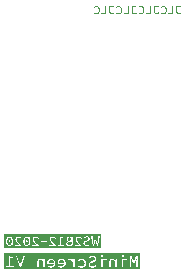
<source format=gbo>
G04*
G04 #@! TF.GenerationSoftware,Altium Limited,Altium Designer,22.5.1 (42)*
G04*
G04 Layer_Color=32896*
%FSLAX25Y25*%
%MOIN*%
G70*
G04*
G04 #@! TF.SameCoordinates,AC3B2383-AE7F-4156-BF80-1B445AE1BA2C*
G04*
G04*
G04 #@! TF.FilePolarity,Positive*
G04*
G01*
G75*
G36*
X69225Y102119D02*
X69316Y102109D01*
X69398Y102095D01*
X69475Y102076D01*
X69533Y102056D01*
X69581Y102042D01*
X69610Y102032D01*
X69615Y102027D01*
X69619D01*
X69701Y101989D01*
X69773Y101946D01*
X69836Y101898D01*
X69894Y101854D01*
X69942Y101811D01*
X69975Y101777D01*
X69995Y101758D01*
X70004Y101749D01*
X70062Y101676D01*
X70110Y101604D01*
X70153Y101527D01*
X70187Y101460D01*
X70216Y101397D01*
X70235Y101349D01*
X70245Y101330D01*
X70249Y101316D01*
X70254Y101311D01*
Y101306D01*
X70283Y101205D01*
X70307Y101104D01*
X70322Y101008D01*
X70336Y100916D01*
X70341Y100835D01*
Y100801D01*
X70346Y100777D01*
Y100753D01*
Y100734D01*
Y100724D01*
Y100719D01*
X70341Y100599D01*
X70331Y100488D01*
X70317Y100387D01*
X70298Y100301D01*
X70283Y100229D01*
X70274Y100200D01*
X70269Y100176D01*
X70264Y100156D01*
X70259Y100142D01*
X70254Y100132D01*
Y100128D01*
X70216Y100031D01*
X70177Y99945D01*
X70134Y99873D01*
X70096Y99805D01*
X70057Y99757D01*
X70028Y99719D01*
X70009Y99695D01*
X70004Y99685D01*
X69942Y99623D01*
X69879Y99570D01*
X69817Y99521D01*
X69759Y99483D01*
X69706Y99449D01*
X69668Y99430D01*
X69639Y99416D01*
X69629Y99411D01*
X69547Y99382D01*
X69466Y99358D01*
X69389Y99344D01*
X69316Y99329D01*
X69254Y99324D01*
X69206Y99319D01*
X69162D01*
X69061Y99324D01*
X68970Y99334D01*
X68893Y99353D01*
X68821Y99372D01*
X68763Y99387D01*
X68720Y99406D01*
X68696Y99416D01*
X68686Y99420D01*
X68614Y99464D01*
X68547Y99507D01*
X68484Y99555D01*
X68431Y99603D01*
X68388Y99647D01*
X68354Y99680D01*
X68330Y99699D01*
X68326Y99709D01*
X68518Y99921D01*
X68566Y99868D01*
X68614Y99825D01*
X68662Y99786D01*
X68705Y99752D01*
X68744Y99728D01*
X68773Y99709D01*
X68792Y99699D01*
X68797Y99695D01*
X68855Y99671D01*
X68908Y99651D01*
X68965Y99637D01*
X69018Y99627D01*
X69061Y99623D01*
X69095Y99618D01*
X69129D01*
X69201Y99623D01*
X69263Y99632D01*
X69326Y99642D01*
X69379Y99656D01*
X69422Y99671D01*
X69456Y99685D01*
X69475Y99690D01*
X69485Y99695D01*
X69542Y99728D01*
X69595Y99767D01*
X69639Y99800D01*
X69677Y99839D01*
X69711Y99873D01*
X69735Y99897D01*
X69749Y99916D01*
X69754Y99921D01*
X69793Y99979D01*
X69826Y100036D01*
X69855Y100094D01*
X69884Y100147D01*
X69903Y100195D01*
X69918Y100233D01*
X69923Y100258D01*
X69927Y100267D01*
X69946Y100349D01*
X69961Y100426D01*
X69975Y100503D01*
X69980Y100575D01*
X69985Y100637D01*
X69990Y100686D01*
Y100705D01*
Y100719D01*
Y100724D01*
Y100729D01*
X69985Y100820D01*
X69980Y100907D01*
X69971Y100984D01*
X69956Y101051D01*
X69946Y101104D01*
X69937Y101147D01*
X69932Y101171D01*
X69927Y101181D01*
X69903Y101253D01*
X69874Y101321D01*
X69845Y101383D01*
X69817Y101431D01*
X69793Y101474D01*
X69773Y101503D01*
X69759Y101523D01*
X69754Y101527D01*
X69711Y101580D01*
X69668Y101623D01*
X69619Y101662D01*
X69576Y101691D01*
X69542Y101715D01*
X69509Y101734D01*
X69490Y101744D01*
X69485Y101749D01*
X69422Y101773D01*
X69360Y101792D01*
X69302Y101806D01*
X69244Y101816D01*
X69196Y101821D01*
X69162Y101825D01*
X69129D01*
X69066Y101821D01*
X69009Y101816D01*
X68956Y101802D01*
X68912Y101792D01*
X68874Y101777D01*
X68850Y101763D01*
X68831Y101758D01*
X68826Y101753D01*
X68730Y101696D01*
X68691Y101667D01*
X68653Y101638D01*
X68624Y101614D01*
X68604Y101595D01*
X68590Y101580D01*
X68585Y101575D01*
X68388Y101797D01*
X68436Y101845D01*
X68489Y101888D01*
X68537Y101927D01*
X68585Y101960D01*
X68629Y101984D01*
X68662Y102004D01*
X68686Y102018D01*
X68696Y102023D01*
X68768Y102056D01*
X68840Y102081D01*
X68917Y102100D01*
X68985Y102109D01*
X69042Y102119D01*
X69086Y102124D01*
X69129D01*
X69225Y102119D01*
D02*
G37*
G36*
X61779D02*
X61870Y102109D01*
X61952Y102095D01*
X62029Y102076D01*
X62087Y102056D01*
X62135Y102042D01*
X62164Y102032D01*
X62169Y102027D01*
X62174D01*
X62255Y101989D01*
X62327Y101946D01*
X62390Y101898D01*
X62448Y101854D01*
X62496Y101811D01*
X62529Y101777D01*
X62549Y101758D01*
X62558Y101749D01*
X62616Y101676D01*
X62664Y101604D01*
X62708Y101527D01*
X62741Y101460D01*
X62770Y101397D01*
X62789Y101349D01*
X62799Y101330D01*
X62804Y101316D01*
X62809Y101311D01*
Y101306D01*
X62837Y101205D01*
X62861Y101104D01*
X62876Y101008D01*
X62890Y100916D01*
X62895Y100835D01*
Y100801D01*
X62900Y100777D01*
Y100753D01*
Y100734D01*
Y100724D01*
Y100719D01*
X62895Y100599D01*
X62885Y100488D01*
X62871Y100387D01*
X62852Y100301D01*
X62837Y100229D01*
X62828Y100200D01*
X62823Y100176D01*
X62818Y100156D01*
X62813Y100142D01*
X62809Y100132D01*
Y100128D01*
X62770Y100031D01*
X62731Y99945D01*
X62688Y99873D01*
X62650Y99805D01*
X62611Y99757D01*
X62582Y99719D01*
X62563Y99695D01*
X62558Y99685D01*
X62496Y99623D01*
X62433Y99570D01*
X62371Y99521D01*
X62313Y99483D01*
X62260Y99449D01*
X62222Y99430D01*
X62193Y99416D01*
X62183Y99411D01*
X62101Y99382D01*
X62020Y99358D01*
X61943Y99344D01*
X61870Y99329D01*
X61808Y99324D01*
X61760Y99319D01*
X61717D01*
X61616Y99324D01*
X61524Y99334D01*
X61447Y99353D01*
X61375Y99372D01*
X61317Y99387D01*
X61274Y99406D01*
X61250Y99416D01*
X61240Y99420D01*
X61168Y99464D01*
X61101Y99507D01*
X61038Y99555D01*
X60985Y99603D01*
X60942Y99647D01*
X60909Y99680D01*
X60884Y99699D01*
X60880Y99709D01*
X61072Y99921D01*
X61120Y99868D01*
X61168Y99825D01*
X61216Y99786D01*
X61260Y99752D01*
X61298Y99728D01*
X61327Y99709D01*
X61346Y99699D01*
X61351Y99695D01*
X61409Y99671D01*
X61462Y99651D01*
X61519Y99637D01*
X61572Y99627D01*
X61616Y99623D01*
X61649Y99618D01*
X61683D01*
X61755Y99623D01*
X61818Y99632D01*
X61880Y99642D01*
X61933Y99656D01*
X61976Y99671D01*
X62010Y99685D01*
X62029Y99690D01*
X62039Y99695D01*
X62097Y99728D01*
X62150Y99767D01*
X62193Y99800D01*
X62231Y99839D01*
X62265Y99873D01*
X62289Y99897D01*
X62303Y99916D01*
X62308Y99921D01*
X62347Y99979D01*
X62380Y100036D01*
X62409Y100094D01*
X62438Y100147D01*
X62457Y100195D01*
X62472Y100233D01*
X62477Y100258D01*
X62481Y100267D01*
X62501Y100349D01*
X62515Y100426D01*
X62529Y100503D01*
X62534Y100575D01*
X62539Y100637D01*
X62544Y100686D01*
Y100705D01*
Y100719D01*
Y100724D01*
Y100729D01*
X62539Y100820D01*
X62534Y100907D01*
X62525Y100984D01*
X62510Y101051D01*
X62501Y101104D01*
X62491Y101147D01*
X62486Y101171D01*
X62481Y101181D01*
X62457Y101253D01*
X62428Y101321D01*
X62400Y101383D01*
X62371Y101431D01*
X62347Y101474D01*
X62327Y101503D01*
X62313Y101523D01*
X62308Y101527D01*
X62265Y101580D01*
X62222Y101623D01*
X62174Y101662D01*
X62130Y101691D01*
X62097Y101715D01*
X62063Y101734D01*
X62044Y101744D01*
X62039Y101749D01*
X61976Y101773D01*
X61914Y101792D01*
X61856Y101806D01*
X61798Y101816D01*
X61750Y101821D01*
X61717Y101825D01*
X61683D01*
X61620Y101821D01*
X61563Y101816D01*
X61510Y101802D01*
X61466Y101792D01*
X61428Y101777D01*
X61404Y101763D01*
X61385Y101758D01*
X61380Y101753D01*
X61284Y101696D01*
X61245Y101667D01*
X61207Y101638D01*
X61178Y101614D01*
X61159Y101595D01*
X61144Y101580D01*
X61139Y101575D01*
X60942Y101797D01*
X60990Y101845D01*
X61043Y101888D01*
X61091Y101927D01*
X61139Y101960D01*
X61183Y101984D01*
X61216Y102004D01*
X61240Y102018D01*
X61250Y102023D01*
X61322Y102056D01*
X61394Y102081D01*
X61471Y102100D01*
X61539Y102109D01*
X61596Y102119D01*
X61640Y102124D01*
X61683D01*
X61779Y102119D01*
D02*
G37*
G36*
X54333D02*
X54425Y102109D01*
X54506Y102095D01*
X54583Y102076D01*
X54641Y102056D01*
X54689Y102042D01*
X54718Y102032D01*
X54723Y102027D01*
X54728D01*
X54809Y101989D01*
X54882Y101946D01*
X54944Y101898D01*
X55002Y101854D01*
X55050Y101811D01*
X55084Y101777D01*
X55103Y101758D01*
X55112Y101749D01*
X55170Y101676D01*
X55218Y101604D01*
X55262Y101527D01*
X55295Y101460D01*
X55324Y101397D01*
X55343Y101349D01*
X55353Y101330D01*
X55358Y101316D01*
X55363Y101311D01*
Y101306D01*
X55392Y101205D01*
X55415Y101104D01*
X55430Y101008D01*
X55444Y100916D01*
X55449Y100835D01*
Y100801D01*
X55454Y100777D01*
Y100753D01*
Y100734D01*
Y100724D01*
Y100719D01*
X55449Y100599D01*
X55440Y100488D01*
X55425Y100387D01*
X55406Y100301D01*
X55392Y100229D01*
X55382Y100200D01*
X55377Y100176D01*
X55372Y100156D01*
X55367Y100142D01*
X55363Y100132D01*
Y100128D01*
X55324Y100031D01*
X55286Y99945D01*
X55242Y99873D01*
X55204Y99805D01*
X55165Y99757D01*
X55137Y99719D01*
X55117Y99695D01*
X55112Y99685D01*
X55050Y99623D01*
X54987Y99570D01*
X54925Y99521D01*
X54867Y99483D01*
X54814Y99449D01*
X54776Y99430D01*
X54747Y99416D01*
X54737Y99411D01*
X54655Y99382D01*
X54574Y99358D01*
X54497Y99344D01*
X54425Y99329D01*
X54362Y99324D01*
X54314Y99319D01*
X54271D01*
X54170Y99324D01*
X54078Y99334D01*
X54001Y99353D01*
X53929Y99372D01*
X53872Y99387D01*
X53828Y99406D01*
X53804Y99416D01*
X53794Y99420D01*
X53722Y99464D01*
X53655Y99507D01*
X53592Y99555D01*
X53540Y99603D01*
X53496Y99647D01*
X53463Y99680D01*
X53439Y99699D01*
X53434Y99709D01*
X53626Y99921D01*
X53674Y99868D01*
X53722Y99825D01*
X53771Y99786D01*
X53814Y99752D01*
X53852Y99728D01*
X53881Y99709D01*
X53900Y99699D01*
X53905Y99695D01*
X53963Y99671D01*
X54016Y99651D01*
X54074Y99637D01*
X54126Y99627D01*
X54170Y99623D01*
X54203Y99618D01*
X54237D01*
X54309Y99623D01*
X54372Y99632D01*
X54434Y99642D01*
X54487Y99656D01*
X54531Y99671D01*
X54564Y99685D01*
X54583Y99690D01*
X54593Y99695D01*
X54651Y99728D01*
X54704Y99767D01*
X54747Y99800D01*
X54785Y99839D01*
X54819Y99873D01*
X54843Y99897D01*
X54858Y99916D01*
X54862Y99921D01*
X54901Y99979D01*
X54935Y100036D01*
X54963Y100094D01*
X54992Y100147D01*
X55011Y100195D01*
X55026Y100233D01*
X55031Y100258D01*
X55036Y100267D01*
X55055Y100349D01*
X55069Y100426D01*
X55084Y100503D01*
X55088Y100575D01*
X55093Y100637D01*
X55098Y100686D01*
Y100705D01*
Y100719D01*
Y100724D01*
Y100729D01*
X55093Y100820D01*
X55088Y100907D01*
X55079Y100984D01*
X55064Y101051D01*
X55055Y101104D01*
X55045Y101147D01*
X55040Y101171D01*
X55036Y101181D01*
X55011Y101253D01*
X54983Y101321D01*
X54954Y101383D01*
X54925Y101431D01*
X54901Y101474D01*
X54882Y101503D01*
X54867Y101523D01*
X54862Y101527D01*
X54819Y101580D01*
X54776Y101623D01*
X54728Y101662D01*
X54684Y101691D01*
X54651Y101715D01*
X54617Y101734D01*
X54598Y101744D01*
X54593Y101749D01*
X54531Y101773D01*
X54468Y101792D01*
X54410Y101806D01*
X54352Y101816D01*
X54304Y101821D01*
X54271Y101825D01*
X54237D01*
X54175Y101821D01*
X54117Y101816D01*
X54064Y101802D01*
X54021Y101792D01*
X53982Y101777D01*
X53958Y101763D01*
X53939Y101758D01*
X53934Y101753D01*
X53838Y101696D01*
X53799Y101667D01*
X53761Y101638D01*
X53732Y101614D01*
X53713Y101595D01*
X53698Y101580D01*
X53693Y101575D01*
X53496Y101797D01*
X53544Y101845D01*
X53597Y101888D01*
X53645Y101927D01*
X53693Y101960D01*
X53737Y101984D01*
X53771Y102004D01*
X53794Y102018D01*
X53804Y102023D01*
X53876Y102056D01*
X53948Y102081D01*
X54025Y102100D01*
X54093Y102109D01*
X54150Y102119D01*
X54194Y102124D01*
X54237D01*
X54333Y102119D01*
D02*
G37*
G36*
X46887D02*
X46979Y102109D01*
X47060Y102095D01*
X47137Y102076D01*
X47195Y102056D01*
X47243Y102042D01*
X47272Y102032D01*
X47277Y102027D01*
X47282D01*
X47364Y101989D01*
X47436Y101946D01*
X47498Y101898D01*
X47556Y101854D01*
X47604Y101811D01*
X47638Y101777D01*
X47657Y101758D01*
X47667Y101749D01*
X47724Y101676D01*
X47772Y101604D01*
X47816Y101527D01*
X47849Y101460D01*
X47878Y101397D01*
X47897Y101349D01*
X47907Y101330D01*
X47912Y101316D01*
X47917Y101311D01*
Y101306D01*
X47946Y101205D01*
X47970Y101104D01*
X47984Y101008D01*
X47998Y100916D01*
X48003Y100835D01*
Y100801D01*
X48008Y100777D01*
Y100753D01*
Y100734D01*
Y100724D01*
Y100719D01*
X48003Y100599D01*
X47994Y100488D01*
X47979Y100387D01*
X47960Y100301D01*
X47946Y100229D01*
X47936Y100200D01*
X47931Y100176D01*
X47926Y100156D01*
X47921Y100142D01*
X47917Y100132D01*
Y100128D01*
X47878Y100031D01*
X47840Y99945D01*
X47796Y99873D01*
X47758Y99805D01*
X47719Y99757D01*
X47691Y99719D01*
X47671Y99695D01*
X47667Y99685D01*
X47604Y99623D01*
X47541Y99570D01*
X47479Y99521D01*
X47421Y99483D01*
X47368Y99449D01*
X47330Y99430D01*
X47301Y99416D01*
X47291Y99411D01*
X47210Y99382D01*
X47128Y99358D01*
X47051Y99344D01*
X46979Y99329D01*
X46916Y99324D01*
X46868Y99319D01*
X46825D01*
X46724Y99324D01*
X46633Y99334D01*
X46556Y99353D01*
X46483Y99372D01*
X46426Y99387D01*
X46382Y99406D01*
X46358Y99416D01*
X46349Y99420D01*
X46277Y99464D01*
X46209Y99507D01*
X46147Y99555D01*
X46094Y99603D01*
X46050Y99647D01*
X46017Y99680D01*
X45993Y99699D01*
X45988Y99709D01*
X46180Y99921D01*
X46228Y99868D01*
X46277Y99825D01*
X46325Y99786D01*
X46368Y99752D01*
X46406Y99728D01*
X46435Y99709D01*
X46455Y99699D01*
X46459Y99695D01*
X46517Y99671D01*
X46570Y99651D01*
X46628Y99637D01*
X46681Y99627D01*
X46724Y99623D01*
X46758Y99618D01*
X46791D01*
X46863Y99623D01*
X46926Y99632D01*
X46988Y99642D01*
X47041Y99656D01*
X47085Y99671D01*
X47118Y99685D01*
X47137Y99690D01*
X47147Y99695D01*
X47205Y99728D01*
X47258Y99767D01*
X47301Y99800D01*
X47339Y99839D01*
X47373Y99873D01*
X47397Y99897D01*
X47412Y99916D01*
X47416Y99921D01*
X47455Y99979D01*
X47489Y100036D01*
X47517Y100094D01*
X47546Y100147D01*
X47566Y100195D01*
X47580Y100233D01*
X47585Y100258D01*
X47590Y100267D01*
X47609Y100349D01*
X47623Y100426D01*
X47638Y100503D01*
X47642Y100575D01*
X47647Y100637D01*
X47652Y100686D01*
Y100705D01*
Y100719D01*
Y100724D01*
Y100729D01*
X47647Y100820D01*
X47642Y100907D01*
X47633Y100984D01*
X47618Y101051D01*
X47609Y101104D01*
X47599Y101147D01*
X47594Y101171D01*
X47590Y101181D01*
X47566Y101253D01*
X47537Y101321D01*
X47508Y101383D01*
X47479Y101431D01*
X47455Y101474D01*
X47436Y101503D01*
X47421Y101523D01*
X47416Y101527D01*
X47373Y101580D01*
X47330Y101623D01*
X47282Y101662D01*
X47238Y101691D01*
X47205Y101715D01*
X47171Y101734D01*
X47152Y101744D01*
X47147Y101749D01*
X47085Y101773D01*
X47022Y101792D01*
X46964Y101806D01*
X46907Y101816D01*
X46859Y101821D01*
X46825Y101825D01*
X46791D01*
X46729Y101821D01*
X46671Y101816D01*
X46618Y101802D01*
X46575Y101792D01*
X46536Y101777D01*
X46512Y101763D01*
X46493Y101758D01*
X46488Y101753D01*
X46392Y101696D01*
X46354Y101667D01*
X46315Y101638D01*
X46286Y101614D01*
X46267Y101595D01*
X46253Y101580D01*
X46248Y101575D01*
X46050Y101797D01*
X46099Y101845D01*
X46151Y101888D01*
X46200Y101927D01*
X46248Y101960D01*
X46291Y101984D01*
X46325Y102004D01*
X46349Y102018D01*
X46358Y102023D01*
X46430Y102056D01*
X46503Y102080D01*
X46580Y102100D01*
X46647Y102109D01*
X46705Y102119D01*
X46748Y102124D01*
X46791D01*
X46887Y102119D01*
D02*
G37*
G36*
X72539Y99368D02*
X70860D01*
Y99656D01*
X72202D01*
Y102076D01*
X72539D01*
Y99368D01*
D02*
G37*
G36*
X65093D02*
X63415D01*
Y99656D01*
X64757D01*
Y102076D01*
X65093D01*
Y99368D01*
D02*
G37*
G36*
X57647D02*
X55969D01*
Y99656D01*
X57311D01*
Y102076D01*
X57647D01*
Y99368D01*
D02*
G37*
G36*
X50201D02*
X48523D01*
Y99656D01*
X49865D01*
Y102076D01*
X50201D01*
Y99368D01*
D02*
G37*
G36*
X75021Y101792D02*
X73881D01*
Y100262D01*
X73886Y100147D01*
X73900Y100046D01*
X73924Y99959D01*
X73948Y99892D01*
X73972Y99839D01*
X73997Y99800D01*
X74011Y99781D01*
X74016Y99772D01*
X74073Y99719D01*
X74141Y99685D01*
X74208Y99656D01*
X74280Y99637D01*
X74343Y99627D01*
X74396Y99623D01*
X74415Y99618D01*
X74444D01*
X74502Y99623D01*
X74559Y99632D01*
X74612Y99647D01*
X74660Y99661D01*
X74699Y99676D01*
X74728Y99690D01*
X74752Y99699D01*
X74756Y99704D01*
X74814Y99743D01*
X74862Y99786D01*
X74910Y99829D01*
X74949Y99873D01*
X74983Y99916D01*
X75007Y99950D01*
X75021Y99969D01*
X75026Y99979D01*
X75242Y99767D01*
X75185Y99685D01*
X75127Y99613D01*
X75069Y99555D01*
X75011Y99507D01*
X74963Y99473D01*
X74920Y99445D01*
X74896Y99430D01*
X74886Y99425D01*
X74805Y99392D01*
X74723Y99363D01*
X74646Y99344D01*
X74578Y99334D01*
X74521Y99324D01*
X74473Y99319D01*
X74434D01*
X74343Y99324D01*
X74261Y99329D01*
X74194Y99339D01*
X74131Y99353D01*
X74083Y99368D01*
X74045Y99377D01*
X74025Y99382D01*
X74016Y99387D01*
X73953Y99416D01*
X73900Y99449D01*
X73852Y99483D01*
X73809Y99512D01*
X73780Y99541D01*
X73756Y99565D01*
X73742Y99579D01*
X73737Y99584D01*
X73698Y99632D01*
X73669Y99680D01*
X73641Y99728D01*
X73621Y99777D01*
X73607Y99815D01*
X73597Y99844D01*
X73588Y99868D01*
Y99873D01*
X73559Y100003D01*
X73549Y100060D01*
X73544Y100118D01*
X73540Y100166D01*
Y100200D01*
Y100224D01*
Y100233D01*
Y102081D01*
X75021D01*
Y101792D01*
D02*
G37*
G36*
X67575D02*
X66435D01*
Y100262D01*
X66440Y100147D01*
X66454Y100046D01*
X66479Y99959D01*
X66503Y99892D01*
X66527Y99839D01*
X66551Y99800D01*
X66565Y99781D01*
X66570Y99772D01*
X66628Y99719D01*
X66695Y99685D01*
X66762Y99656D01*
X66834Y99637D01*
X66897Y99627D01*
X66950Y99623D01*
X66969Y99618D01*
X66998D01*
X67056Y99623D01*
X67113Y99632D01*
X67166Y99647D01*
X67214Y99661D01*
X67253Y99676D01*
X67282Y99690D01*
X67306Y99699D01*
X67311Y99704D01*
X67368Y99743D01*
X67417Y99786D01*
X67465Y99829D01*
X67503Y99873D01*
X67537Y99916D01*
X67561Y99950D01*
X67575Y99969D01*
X67580Y99979D01*
X67796Y99767D01*
X67739Y99685D01*
X67681Y99613D01*
X67623Y99555D01*
X67566Y99507D01*
X67518Y99473D01*
X67474Y99445D01*
X67450Y99430D01*
X67440Y99425D01*
X67359Y99392D01*
X67277Y99363D01*
X67200Y99344D01*
X67133Y99334D01*
X67075Y99324D01*
X67027Y99319D01*
X66988D01*
X66897Y99324D01*
X66815Y99329D01*
X66748Y99339D01*
X66685Y99353D01*
X66637Y99368D01*
X66599Y99377D01*
X66580Y99382D01*
X66570Y99387D01*
X66507Y99416D01*
X66454Y99449D01*
X66406Y99483D01*
X66363Y99512D01*
X66334Y99541D01*
X66310Y99565D01*
X66296Y99579D01*
X66291Y99584D01*
X66252Y99632D01*
X66224Y99680D01*
X66195Y99728D01*
X66176Y99777D01*
X66161Y99815D01*
X66151Y99844D01*
X66142Y99868D01*
Y99873D01*
X66113Y100003D01*
X66103Y100060D01*
X66098Y100118D01*
X66094Y100166D01*
Y100200D01*
Y100224D01*
Y100233D01*
Y102081D01*
X67575D01*
Y101792D01*
D02*
G37*
G36*
X60129D02*
X58989D01*
Y100262D01*
X58994Y100147D01*
X59009Y100046D01*
X59033Y99959D01*
X59057Y99892D01*
X59081Y99839D01*
X59105Y99800D01*
X59119Y99781D01*
X59124Y99772D01*
X59182Y99719D01*
X59249Y99685D01*
X59316Y99656D01*
X59389Y99637D01*
X59451Y99627D01*
X59504Y99623D01*
X59523Y99618D01*
X59552D01*
X59610Y99623D01*
X59668Y99632D01*
X59720Y99647D01*
X59769Y99661D01*
X59807Y99676D01*
X59836Y99690D01*
X59860Y99699D01*
X59865Y99704D01*
X59922Y99743D01*
X59971Y99786D01*
X60019Y99829D01*
X60057Y99873D01*
X60091Y99916D01*
X60115Y99950D01*
X60129Y99969D01*
X60134Y99979D01*
X60351Y99767D01*
X60293Y99685D01*
X60235Y99613D01*
X60177Y99555D01*
X60120Y99507D01*
X60072Y99473D01*
X60028Y99445D01*
X60004Y99430D01*
X59995Y99425D01*
X59913Y99392D01*
X59831Y99363D01*
X59754Y99344D01*
X59687Y99334D01*
X59629Y99324D01*
X59581Y99319D01*
X59543D01*
X59451Y99324D01*
X59369Y99329D01*
X59302Y99339D01*
X59240Y99353D01*
X59191Y99368D01*
X59153Y99377D01*
X59134Y99382D01*
X59124Y99387D01*
X59061Y99416D01*
X59009Y99449D01*
X58960Y99483D01*
X58917Y99512D01*
X58888Y99541D01*
X58864Y99565D01*
X58850Y99579D01*
X58845Y99584D01*
X58807Y99632D01*
X58778Y99680D01*
X58749Y99728D01*
X58730Y99777D01*
X58715Y99815D01*
X58706Y99844D01*
X58696Y99868D01*
Y99873D01*
X58667Y100003D01*
X58657Y100060D01*
X58653Y100118D01*
X58648Y100166D01*
Y100200D01*
Y100224D01*
Y100233D01*
Y102081D01*
X60129D01*
Y101792D01*
D02*
G37*
G36*
X52683D02*
X51543D01*
Y100262D01*
X51548Y100147D01*
X51563Y100046D01*
X51587Y99959D01*
X51611Y99892D01*
X51635Y99839D01*
X51659Y99800D01*
X51673Y99781D01*
X51678Y99772D01*
X51736Y99719D01*
X51803Y99685D01*
X51871Y99656D01*
X51943Y99637D01*
X52005Y99627D01*
X52058Y99623D01*
X52077Y99618D01*
X52106D01*
X52164Y99623D01*
X52222Y99632D01*
X52275Y99647D01*
X52323Y99661D01*
X52361Y99676D01*
X52390Y99690D01*
X52414Y99699D01*
X52419Y99704D01*
X52477Y99743D01*
X52525Y99786D01*
X52573Y99829D01*
X52611Y99873D01*
X52645Y99916D01*
X52669Y99950D01*
X52683Y99969D01*
X52688Y99979D01*
X52905Y99767D01*
X52847Y99685D01*
X52789Y99613D01*
X52732Y99555D01*
X52674Y99507D01*
X52626Y99473D01*
X52582Y99445D01*
X52558Y99430D01*
X52549Y99425D01*
X52467Y99392D01*
X52385Y99363D01*
X52308Y99344D01*
X52241Y99334D01*
X52183Y99324D01*
X52135Y99319D01*
X52097D01*
X52005Y99324D01*
X51924Y99329D01*
X51856Y99339D01*
X51794Y99353D01*
X51745Y99368D01*
X51707Y99377D01*
X51688Y99382D01*
X51678Y99387D01*
X51616Y99416D01*
X51563Y99449D01*
X51515Y99483D01*
X51471Y99512D01*
X51442Y99541D01*
X51418Y99565D01*
X51404Y99579D01*
X51399Y99584D01*
X51361Y99632D01*
X51332Y99680D01*
X51303Y99728D01*
X51284Y99777D01*
X51269Y99815D01*
X51260Y99844D01*
X51250Y99868D01*
Y99873D01*
X51221Y100003D01*
X51212Y100060D01*
X51207Y100118D01*
X51202Y100166D01*
Y100200D01*
Y100224D01*
Y100233D01*
Y102081D01*
X52683D01*
Y101792D01*
D02*
G37*
G36*
X48521Y21500D02*
X16208D01*
Y25936D01*
X48521D01*
Y21500D01*
D02*
G37*
G36*
X61250Y14297D02*
X16208D01*
Y19659D01*
X61250D01*
Y14297D01*
D02*
G37*
%LPC*%
G36*
X32208Y25252D02*
X31160D01*
D01*
X32208D01*
D02*
G37*
G36*
X27591D02*
X26592D01*
D01*
X27591D01*
D02*
G37*
G36*
X20753D02*
X19705D01*
D01*
X20753D01*
D02*
G37*
G36*
X31160Y24770D02*
D01*
D01*
D01*
D02*
G37*
G36*
X41910Y25252D02*
X40911D01*
D01*
X40872D01*
X40828Y25247D01*
X40773D01*
X40711Y25236D01*
X40639Y25225D01*
X40573Y25208D01*
X40501Y25186D01*
X40489D01*
X40467Y25175D01*
X40434Y25158D01*
X40389Y25141D01*
X40340Y25114D01*
X40290Y25086D01*
X40234Y25047D01*
X40184Y25008D01*
X40179Y25003D01*
X40162Y24986D01*
X40140Y24964D01*
X40112Y24930D01*
X40079Y24886D01*
X40045Y24836D01*
X40018Y24781D01*
X39990Y24720D01*
X39984Y24714D01*
X39979Y24692D01*
X39968Y24658D01*
X39951Y24614D01*
X39940Y24559D01*
X39929Y24498D01*
X39923Y24426D01*
X39918Y24353D01*
Y24342D01*
Y24314D01*
X39923Y24276D01*
X39929Y24220D01*
X39946Y24159D01*
X39962Y24087D01*
X39990Y24009D01*
X40023Y23926D01*
X40029Y23915D01*
X40040Y23887D01*
X40062Y23843D01*
X40095Y23787D01*
X40140Y23721D01*
X40184Y23643D01*
X40245Y23565D01*
X40312Y23476D01*
X40317Y23465D01*
X40345Y23438D01*
X40384Y23388D01*
X40434Y23327D01*
X40501Y23254D01*
X40578Y23177D01*
X40661Y23088D01*
X40756Y22994D01*
X40767Y22983D01*
X40800Y22949D01*
X40850Y22899D01*
X40922Y22833D01*
X41006Y22755D01*
X41100Y22666D01*
X41211Y22566D01*
X41322Y22461D01*
X41294D01*
X41266Y22466D01*
X41233D01*
X41189Y22472D01*
X41139D01*
X41033Y22477D01*
X41011D01*
X40978Y22483D01*
X40900D01*
X40850Y22489D01*
X39751D01*
Y22155D01*
X41910D01*
X41894D01*
Y22389D01*
X41888Y22394D01*
X41877Y22405D01*
X41855Y22422D01*
X41827Y22444D01*
X41794Y22477D01*
X41755Y22511D01*
X41660Y22594D01*
X41555Y22688D01*
X41444Y22794D01*
X41322Y22899D01*
X41211Y23005D01*
X41205Y23010D01*
X41200Y23016D01*
X41183Y23032D01*
X41161Y23049D01*
X41105Y23105D01*
X41033Y23171D01*
X40956Y23249D01*
X40872Y23338D01*
X40789Y23421D01*
X40711Y23510D01*
X40700Y23521D01*
X40678Y23549D01*
X40639Y23593D01*
X40595Y23654D01*
X40545Y23721D01*
X40495Y23793D01*
X40445Y23865D01*
X40401Y23943D01*
X40395Y23954D01*
X40384Y23976D01*
X40367Y24020D01*
X40345Y24070D01*
X40328Y24131D01*
X40312Y24198D01*
X40301Y24264D01*
X40295Y24337D01*
Y24342D01*
Y24348D01*
Y24381D01*
X40301Y24426D01*
X40317Y24487D01*
X40334Y24553D01*
X40362Y24625D01*
X40401Y24697D01*
X40456Y24764D01*
X40462Y24770D01*
X40484Y24792D01*
X40523Y24820D01*
X40578Y24847D01*
X40650Y24881D01*
X40734Y24903D01*
X40839Y24925D01*
X40956Y24930D01*
X40995D01*
X41033Y24925D01*
X41089Y24919D01*
X41150Y24903D01*
X41216Y24886D01*
X41283Y24858D01*
X41355Y24825D01*
X41361Y24820D01*
X41388Y24808D01*
X41422Y24786D01*
X41466Y24753D01*
X41516Y24714D01*
X41572Y24670D01*
X41633Y24620D01*
X41688Y24564D01*
X41910Y24792D01*
X41899Y24803D01*
X41877Y24825D01*
X41833Y24864D01*
X41777Y24908D01*
X41710Y24964D01*
X41638Y25019D01*
X41555Y25075D01*
X41472Y25125D01*
X41466D01*
X41461Y25130D01*
X41427Y25147D01*
X41377Y25164D01*
X41311Y25191D01*
X41228Y25214D01*
X41133Y25230D01*
X41028Y25247D01*
X40911Y25252D01*
X41910D01*
D02*
G37*
G36*
X33319D02*
X32281D01*
X32237Y25247D01*
X32181D01*
X32120Y25236D01*
X32048Y25225D01*
X31981Y25208D01*
X31909Y25186D01*
X31898D01*
X31876Y25175D01*
X31842Y25158D01*
X31798Y25141D01*
X31748Y25114D01*
X31698Y25086D01*
X31643Y25047D01*
X31593Y25008D01*
X31587Y25003D01*
X31571Y24986D01*
X31548Y24964D01*
X31521Y24930D01*
X31487Y24886D01*
X31454Y24836D01*
X31426Y24781D01*
X31398Y24720D01*
X31393Y24714D01*
X31387Y24692D01*
X31376Y24658D01*
X31360Y24614D01*
X31349Y24559D01*
X31337Y24498D01*
X31332Y24426D01*
X31326Y24353D01*
Y24342D01*
Y24314D01*
X31332Y24276D01*
X31337Y24220D01*
X31354Y24159D01*
X31371Y24087D01*
X31398Y24009D01*
X31432Y23926D01*
X31437Y23915D01*
X31449Y23887D01*
X31471Y23843D01*
X31504Y23787D01*
X31548Y23721D01*
X31593Y23643D01*
X31654Y23565D01*
X31720Y23476D01*
X31726Y23465D01*
X31754Y23438D01*
X31793Y23388D01*
X31842Y23327D01*
X31909Y23254D01*
X31987Y23177D01*
X32070Y23088D01*
X32164Y22994D01*
X32175Y22983D01*
X32209Y22949D01*
X32259Y22899D01*
X32331Y22833D01*
X32414Y22755D01*
X32509Y22666D01*
X32620Y22566D01*
X32730Y22461D01*
X32703D01*
X32675Y22466D01*
X32642D01*
X32597Y22472D01*
X32547D01*
X32442Y22477D01*
X32420D01*
X32386Y22483D01*
X32309D01*
X32259Y22489D01*
X31160D01*
Y22155D01*
X33319D01*
X33302D01*
Y22389D01*
X33297Y22394D01*
X33285Y22405D01*
X33263Y22422D01*
X33236Y22444D01*
X33202Y22477D01*
X33163Y22511D01*
X33069Y22594D01*
X32964Y22688D01*
X32853Y22794D01*
X32730Y22899D01*
X32620Y23005D01*
X32614Y23010D01*
X32608Y23016D01*
X32592Y23032D01*
X32570Y23049D01*
X32514Y23105D01*
X32442Y23171D01*
X32364Y23249D01*
X32281Y23338D01*
X32198Y23421D01*
X32120Y23510D01*
X32109Y23521D01*
X32087Y23549D01*
X32048Y23593D01*
X32004Y23654D01*
X31953Y23721D01*
X31904Y23793D01*
X31854Y23865D01*
X31809Y23943D01*
X31804Y23954D01*
X31793Y23976D01*
X31776Y24020D01*
X31754Y24070D01*
X31737Y24131D01*
X31720Y24198D01*
X31709Y24264D01*
X31704Y24337D01*
Y24342D01*
Y24348D01*
Y24381D01*
X31709Y24426D01*
X31726Y24487D01*
X31743Y24553D01*
X31770Y24625D01*
X31809Y24697D01*
X31865Y24764D01*
X31870Y24770D01*
X31892Y24792D01*
X31931Y24820D01*
X31987Y24847D01*
X32059Y24881D01*
X32142Y24903D01*
X32248Y24925D01*
X32364Y24930D01*
X32403D01*
X32442Y24925D01*
X32497Y24919D01*
X32559Y24903D01*
X32625Y24886D01*
X32692Y24858D01*
X32764Y24825D01*
X32769Y24820D01*
X32797Y24808D01*
X32830Y24786D01*
X32875Y24753D01*
X32925Y24714D01*
X32980Y24670D01*
X33041Y24620D01*
X33097Y24564D01*
X33319Y24792D01*
X33308Y24803D01*
X33285Y24825D01*
X33241Y24864D01*
X33186Y24908D01*
X33119Y24964D01*
X33047Y25019D01*
X32964Y25075D01*
X32880Y25125D01*
X32875D01*
X32869Y25130D01*
X32836Y25147D01*
X32786Y25164D01*
X32719Y25191D01*
X32636Y25214D01*
X32542Y25230D01*
X32436Y25247D01*
X32320Y25252D01*
X33319D01*
D02*
G37*
G36*
X26592D02*
X26553D01*
X26509Y25247D01*
X26454D01*
X26392Y25236D01*
X26320Y25225D01*
X26254Y25208D01*
X26182Y25186D01*
X26170D01*
X26148Y25175D01*
X26115Y25158D01*
X26070Y25141D01*
X26021Y25114D01*
X25971Y25086D01*
X25915Y25047D01*
X25865Y25008D01*
X25860Y25003D01*
X25843Y24986D01*
X25821Y24964D01*
X25793Y24930D01*
X25760Y24886D01*
X25726Y24836D01*
X25699Y24781D01*
X25671Y24720D01*
X25665Y24714D01*
X25660Y24692D01*
X25649Y24658D01*
X25632Y24614D01*
X25621Y24559D01*
X25610Y24498D01*
X25604Y24426D01*
X25599Y24353D01*
Y24342D01*
Y24314D01*
X25604Y24276D01*
X25610Y24220D01*
X25627Y24159D01*
X25643Y24087D01*
X25671Y24009D01*
X25704Y23926D01*
X25710Y23915D01*
X25721Y23887D01*
X25743Y23843D01*
X25776Y23787D01*
X25821Y23721D01*
X25865Y23643D01*
X25926Y23565D01*
X25993Y23476D01*
X25998Y23465D01*
X26026Y23438D01*
X26065Y23388D01*
X26115Y23327D01*
X26182Y23254D01*
X26259Y23177D01*
X26342Y23088D01*
X26437Y22994D01*
X26448Y22983D01*
X26481Y22949D01*
X26531Y22899D01*
X26603Y22833D01*
X26687Y22755D01*
X26781Y22666D01*
X26892Y22566D01*
X27003Y22461D01*
X26975D01*
X26947Y22466D01*
X26914D01*
X26870Y22472D01*
X26820D01*
X26714Y22477D01*
X26692D01*
X26659Y22483D01*
X26581D01*
X26531Y22489D01*
X25432D01*
Y22155D01*
X27591D01*
X27575D01*
Y22389D01*
X27569Y22394D01*
X27558Y22405D01*
X27536Y22422D01*
X27508Y22444D01*
X27475Y22477D01*
X27436Y22511D01*
X27341Y22594D01*
X27236Y22688D01*
X27125Y22794D01*
X27003Y22899D01*
X26892Y23005D01*
X26886Y23010D01*
X26881Y23016D01*
X26864Y23032D01*
X26842Y23049D01*
X26787Y23105D01*
X26714Y23171D01*
X26637Y23249D01*
X26553Y23338D01*
X26470Y23421D01*
X26392Y23510D01*
X26381Y23521D01*
X26359Y23549D01*
X26320Y23593D01*
X26276Y23654D01*
X26226Y23721D01*
X26176Y23793D01*
X26126Y23865D01*
X26082Y23943D01*
X26076Y23954D01*
X26065Y23976D01*
X26048Y24020D01*
X26026Y24070D01*
X26010Y24131D01*
X25993Y24198D01*
X25982Y24264D01*
X25976Y24337D01*
Y24342D01*
Y24348D01*
Y24381D01*
X25982Y24426D01*
X25998Y24487D01*
X26015Y24553D01*
X26043Y24625D01*
X26082Y24697D01*
X26137Y24764D01*
X26143Y24770D01*
X26165Y24792D01*
X26204Y24820D01*
X26259Y24847D01*
X26331Y24881D01*
X26415Y24903D01*
X26520Y24925D01*
X26637Y24930D01*
X26676D01*
X26714Y24925D01*
X26770Y24919D01*
X26831Y24903D01*
X26897Y24886D01*
X26964Y24858D01*
X27036Y24825D01*
X27042Y24820D01*
X27070Y24808D01*
X27103Y24786D01*
X27147Y24753D01*
X27197Y24714D01*
X27253Y24670D01*
X27314Y24620D01*
X27369Y24564D01*
X27591Y24792D01*
X27580Y24803D01*
X27558Y24825D01*
X27514Y24864D01*
X27458Y24908D01*
X27391Y24964D01*
X27319Y25019D01*
X27236Y25075D01*
X27153Y25125D01*
X27147D01*
X27142Y25130D01*
X27108Y25147D01*
X27058Y25164D01*
X26992Y25191D01*
X26909Y25214D01*
X26814Y25230D01*
X26709Y25247D01*
X26592Y25252D01*
D02*
G37*
G36*
X21864D02*
X20826D01*
X20781Y25247D01*
X20726D01*
X20665Y25236D01*
X20593Y25225D01*
X20526Y25208D01*
X20454Y25186D01*
X20443D01*
X20421Y25175D01*
X20387Y25158D01*
X20343Y25141D01*
X20293Y25114D01*
X20243Y25086D01*
X20188Y25047D01*
X20138Y25008D01*
X20132Y25003D01*
X20115Y24986D01*
X20093Y24964D01*
X20065Y24930D01*
X20032Y24886D01*
X19999Y24836D01*
X19971Y24781D01*
X19943Y24720D01*
X19938Y24714D01*
X19932Y24692D01*
X19921Y24658D01*
X19905Y24614D01*
X19893Y24559D01*
X19882Y24498D01*
X19877Y24426D01*
X19871Y24353D01*
Y24342D01*
Y24314D01*
X19877Y24276D01*
X19882Y24220D01*
X19899Y24159D01*
X19916Y24087D01*
X19943Y24009D01*
X19977Y23926D01*
X19982Y23915D01*
X19993Y23887D01*
X20016Y23843D01*
X20049Y23787D01*
X20093Y23721D01*
X20138Y23643D01*
X20199Y23565D01*
X20265Y23476D01*
X20271Y23465D01*
X20299Y23438D01*
X20337Y23388D01*
X20387Y23327D01*
X20454Y23254D01*
X20532Y23177D01*
X20615Y23088D01*
X20709Y22994D01*
X20720Y22983D01*
X20754Y22949D01*
X20804Y22899D01*
X20876Y22833D01*
X20959Y22755D01*
X21053Y22666D01*
X21164Y22566D01*
X21275Y22461D01*
X21248D01*
X21220Y22466D01*
X21186D01*
X21142Y22472D01*
X21092D01*
X20987Y22477D01*
X20965D01*
X20931Y22483D01*
X20854D01*
X20804Y22489D01*
X19705D01*
Y22155D01*
X21864D01*
X21847D01*
Y22389D01*
X21841Y22394D01*
X21830Y22405D01*
X21808Y22422D01*
X21780Y22444D01*
X21747Y22477D01*
X21708Y22511D01*
X21614Y22594D01*
X21508Y22688D01*
X21397Y22794D01*
X21275Y22899D01*
X21164Y23005D01*
X21159Y23010D01*
X21153Y23016D01*
X21137Y23032D01*
X21114Y23049D01*
X21059Y23105D01*
X20987Y23171D01*
X20909Y23249D01*
X20826Y23338D01*
X20742Y23421D01*
X20665Y23510D01*
X20654Y23521D01*
X20631Y23549D01*
X20593Y23593D01*
X20548Y23654D01*
X20498Y23721D01*
X20448Y23793D01*
X20398Y23865D01*
X20354Y23943D01*
X20348Y23954D01*
X20337Y23976D01*
X20321Y24020D01*
X20299Y24070D01*
X20282Y24131D01*
X20265Y24198D01*
X20254Y24264D01*
X20249Y24337D01*
Y24342D01*
Y24348D01*
Y24381D01*
X20254Y24426D01*
X20271Y24487D01*
X20287Y24553D01*
X20315Y24625D01*
X20354Y24697D01*
X20410Y24764D01*
X20415Y24770D01*
X20437Y24792D01*
X20476Y24820D01*
X20532Y24847D01*
X20604Y24881D01*
X20687Y24903D01*
X20793Y24925D01*
X20909Y24930D01*
X20948D01*
X20987Y24925D01*
X21042Y24919D01*
X21103Y24903D01*
X21170Y24886D01*
X21237Y24858D01*
X21309Y24825D01*
X21314Y24820D01*
X21342Y24808D01*
X21375Y24786D01*
X21420Y24753D01*
X21470Y24714D01*
X21525Y24670D01*
X21586Y24620D01*
X21642Y24564D01*
X21864Y24792D01*
X21853Y24803D01*
X21830Y24825D01*
X21786Y24864D01*
X21730Y24908D01*
X21664Y24964D01*
X21592Y25019D01*
X21508Y25075D01*
X21425Y25125D01*
X21420D01*
X21414Y25130D01*
X21381Y25147D01*
X21331Y25164D01*
X21264Y25191D01*
X21181Y25214D01*
X21087Y25230D01*
X20981Y25247D01*
X20865Y25252D01*
X21864D01*
D02*
G37*
G36*
X39751Y24426D02*
Y24420D01*
D01*
Y24426D01*
D02*
G37*
G36*
X31160Y23981D02*
Y23976D01*
D01*
Y23981D01*
D02*
G37*
G36*
X25432Y23970D02*
D01*
D01*
D01*
D02*
G37*
G36*
X31160Y23965D02*
Y23959D01*
D01*
Y23965D01*
D02*
G37*
G36*
X25432Y23959D02*
Y23959D01*
D01*
Y23959D01*
D02*
G37*
G36*
X24722Y25252D02*
X22535D01*
D01*
X23579D01*
X23545Y25247D01*
X23501Y25241D01*
X23451Y25230D01*
X23334Y25202D01*
X23273Y25180D01*
X23207Y25153D01*
X23140Y25125D01*
X23074Y25086D01*
X23012Y25036D01*
X22946Y24986D01*
X22885Y24925D01*
X22829Y24853D01*
X22824Y24847D01*
X22818Y24836D01*
X22802Y24808D01*
X22785Y24781D01*
X22763Y24736D01*
X22735Y24686D01*
X22707Y24625D01*
X22680Y24559D01*
X22657Y24481D01*
X22629Y24392D01*
X22602Y24298D01*
X22580Y24192D01*
X22563Y24076D01*
X22546Y23954D01*
X22541Y23821D01*
X22535Y23682D01*
Y23610D01*
X22541Y23554D01*
X22546Y23493D01*
X22552Y23421D01*
X22557Y23338D01*
X22574Y23249D01*
X22607Y23060D01*
X22657Y22866D01*
X22691Y22772D01*
X22729Y22677D01*
X22779Y22594D01*
X22829Y22511D01*
X22835Y22505D01*
X22840Y22494D01*
X22857Y22472D01*
X22885Y22444D01*
X22913Y22416D01*
X22946Y22383D01*
X22990Y22344D01*
X23035Y22305D01*
X23090Y22266D01*
X23151Y22228D01*
X23218Y22194D01*
X23290Y22167D01*
X23368Y22139D01*
X23445Y22117D01*
X23534Y22106D01*
X23629Y22100D01*
X23651D01*
X23678Y22106D01*
X23712D01*
X23756Y22111D01*
X23806Y22122D01*
X23862Y22133D01*
X23923Y22150D01*
X23984Y22172D01*
X24050Y22200D01*
X24117Y22233D01*
X24183Y22272D01*
X24250Y22322D01*
X24317Y22377D01*
X24378Y22439D01*
X24433Y22511D01*
X24439Y22516D01*
X24444Y22527D01*
X24461Y22555D01*
X24478Y22588D01*
X24500Y22627D01*
X24522Y22683D01*
X24550Y22744D01*
X24578Y22810D01*
X24605Y22888D01*
X24633Y22977D01*
X24655Y23071D01*
X24678Y23177D01*
X24694Y23293D01*
X24711Y23415D01*
X24716Y23543D01*
X24722Y23682D01*
Y22144D01*
Y23754D01*
X24716Y23809D01*
X24711Y23870D01*
X24705Y23948D01*
X24700Y24031D01*
X24683Y24120D01*
X24650Y24309D01*
X24600Y24503D01*
X24566Y24598D01*
X24528Y24686D01*
X24483Y24775D01*
X24433Y24853D01*
X24428Y24858D01*
X24422Y24870D01*
X24400Y24892D01*
X24378Y24914D01*
X24350Y24947D01*
X24311Y24980D01*
X24272Y25014D01*
X24222Y25053D01*
X24167Y25091D01*
X24106Y25125D01*
X24039Y25158D01*
X23967Y25191D01*
X23895Y25214D01*
X23812Y25236D01*
X23723Y25247D01*
X23629Y25252D01*
X24722D01*
Y23765D01*
Y25252D01*
D02*
G37*
G36*
X30377Y23876D02*
X28329D01*
Y23576D01*
X30377D01*
Y23876D01*
D02*
G37*
G36*
X19705Y23560D02*
D01*
D01*
D01*
D02*
G37*
G36*
X39751Y23510D02*
D01*
D01*
D01*
D02*
G37*
G36*
Y23432D02*
Y23421D01*
D01*
Y23432D01*
D02*
G37*
G36*
X31160Y23421D02*
D01*
D01*
D01*
D02*
G37*
G36*
X25432Y23421D02*
D01*
D01*
D01*
D02*
G37*
G36*
X19705Y23260D02*
D01*
D01*
D01*
D02*
G37*
G36*
Y23143D02*
D01*
D01*
D01*
D02*
G37*
G36*
X25432Y23010D02*
D01*
D01*
D01*
D02*
G37*
G36*
X19705D02*
D01*
D01*
D01*
D02*
G37*
G36*
X39052Y25252D02*
Y22960D01*
X39046Y22988D01*
Y23027D01*
X39041Y23071D01*
X39030Y23116D01*
X38996Y23210D01*
X38991Y23215D01*
X38985Y23232D01*
X38974Y23254D01*
X38952Y23288D01*
X38908Y23360D01*
X38847Y23438D01*
X38841Y23443D01*
X38830Y23454D01*
X38813Y23471D01*
X38786Y23499D01*
X38724Y23554D01*
X38641Y23610D01*
X38636Y23615D01*
X38619Y23621D01*
X38597Y23637D01*
X38569Y23654D01*
X38530Y23676D01*
X38491Y23698D01*
X38397Y23743D01*
Y23760D01*
X38408Y23765D01*
X38430Y23782D01*
X38464Y23804D01*
X38514Y23837D01*
X38564Y23881D01*
X38619Y23932D01*
X38675Y23987D01*
X38730Y24048D01*
X38736Y24054D01*
X38752Y24081D01*
X38774Y24115D01*
X38797Y24170D01*
X38819Y24231D01*
X38841Y24303D01*
X38858Y24381D01*
X38863Y24470D01*
Y24475D01*
Y24498D01*
X38858Y24531D01*
X38852Y24575D01*
X38847Y24625D01*
X38835Y24681D01*
X38819Y24731D01*
X38797Y24786D01*
X38791Y24792D01*
X38786Y24808D01*
X38769Y24836D01*
X38747Y24870D01*
X38713Y24908D01*
X38680Y24953D01*
X38641Y24992D01*
X38597Y25030D01*
X38591Y25036D01*
X38575Y25047D01*
X38547Y25069D01*
X38514Y25091D01*
X38469Y25114D01*
X38414Y25141D01*
X38358Y25169D01*
X38297Y25191D01*
X38292Y25197D01*
X38269Y25202D01*
X38231Y25214D01*
X38186Y25225D01*
X38131Y25236D01*
X38064Y25241D01*
X37997Y25252D01*
X37881D01*
X37842Y25247D01*
X37787D01*
X37725Y25236D01*
X37659Y25225D01*
X37592Y25214D01*
X37526Y25191D01*
X37520D01*
X37498Y25180D01*
X37465Y25169D01*
X37420Y25147D01*
X37326Y25097D01*
X37276Y25064D01*
X37232Y25025D01*
X37226Y25019D01*
X37209Y25008D01*
X37187Y24986D01*
X37159Y24953D01*
X37132Y24914D01*
X37098Y24875D01*
X37071Y24825D01*
X37043Y24770D01*
X37037Y24764D01*
X37032Y24742D01*
X37021Y24714D01*
X37010Y24675D01*
X36999Y24625D01*
X36987Y24570D01*
X36976Y24509D01*
Y24442D01*
Y24431D01*
Y24403D01*
X36982Y24364D01*
X36993Y24309D01*
X37010Y24248D01*
X37037Y24181D01*
X37071Y24109D01*
X37115Y24037D01*
X37121Y24031D01*
X37137Y24004D01*
X37165Y23970D01*
X37204Y23926D01*
X37254Y23876D01*
X37309Y23821D01*
X37370Y23765D01*
X37442Y23715D01*
Y23698D01*
X37437D01*
X37420Y23687D01*
X37398Y23676D01*
X37365Y23660D01*
X37293Y23615D01*
X37209Y23565D01*
X37204Y23560D01*
X37193Y23554D01*
X37170Y23538D01*
X37143Y23515D01*
X37082Y23465D01*
X37021Y23399D01*
X37015Y23393D01*
X37004Y23382D01*
X36993Y23365D01*
X36971Y23338D01*
X36954Y23310D01*
X36932Y23271D01*
X36893Y23188D01*
Y23182D01*
X36887Y23166D01*
X36876Y23143D01*
X36865Y23105D01*
X36860Y23066D01*
X36849Y23016D01*
X36843Y22966D01*
Y22877D01*
X36849Y22844D01*
X36854Y22799D01*
X36860Y22749D01*
X36876Y22694D01*
X36893Y22638D01*
X36921Y22583D01*
X36926Y22577D01*
X36932Y22561D01*
X36948Y22533D01*
X36976Y22500D01*
X37004Y22455D01*
X37037Y22416D01*
X37082Y22372D01*
X37132Y22328D01*
X37137Y22322D01*
X37154Y22311D01*
X37187Y22289D01*
X37226Y22266D01*
X37276Y22239D01*
X37337Y22211D01*
X37404Y22183D01*
X37476Y22161D01*
X37487D01*
X37509Y22150D01*
X37554Y22144D01*
X37609Y22133D01*
X37676Y22122D01*
X37753Y22111D01*
X37842Y22106D01*
X37936Y22100D01*
X39052D01*
Y25252D01*
D02*
G37*
G36*
X19705Y22944D02*
Y22938D01*
D01*
Y22944D01*
D02*
G37*
G36*
Y22805D02*
D01*
D01*
D01*
D02*
G37*
G36*
X31160Y22511D02*
D01*
D01*
D01*
D02*
G37*
G36*
X47921Y25286D02*
X45157D01*
X45612Y22155D01*
X47444D01*
X47921Y25286D01*
D02*
G37*
G36*
X36038Y25197D02*
X34001D01*
Y22155D01*
X36038D01*
Y22477D01*
X35184D01*
Y24720D01*
X35838D01*
Y24969D01*
X35827D01*
X35800Y24975D01*
X35750Y24986D01*
X35694Y24997D01*
X35628Y25008D01*
X35555Y25025D01*
X35483Y25041D01*
X35411Y25064D01*
X35400D01*
X35378Y25075D01*
X35345Y25086D01*
X35300Y25102D01*
X35250Y25119D01*
X35195Y25141D01*
X35084Y25197D01*
X36038D01*
D02*
G37*
G36*
X18994Y25252D02*
X17851D01*
X17818Y25247D01*
X17773Y25241D01*
X17723Y25230D01*
X17607Y25202D01*
X17546Y25180D01*
X17479Y25153D01*
X17413Y25125D01*
X17346Y25086D01*
X17285Y25036D01*
X17218Y24986D01*
X17157Y24925D01*
X17102Y24853D01*
X17096Y24847D01*
X17091Y24836D01*
X17074Y24808D01*
X17057Y24781D01*
X17035Y24736D01*
X17007Y24686D01*
X16980Y24625D01*
X16952Y24559D01*
X16930Y24481D01*
X16902Y24392D01*
X16874Y24298D01*
X16852Y24192D01*
X16835Y24076D01*
X16819Y23954D01*
X16813Y23821D01*
X16808Y23682D01*
Y23610D01*
X16813Y23554D01*
X16819Y23493D01*
X16824Y23421D01*
X16830Y23338D01*
X16846Y23249D01*
X16880Y23060D01*
X16930Y22866D01*
X16963Y22772D01*
X17002Y22677D01*
X17052Y22594D01*
X17102Y22511D01*
X17107Y22505D01*
X17113Y22494D01*
X17130Y22472D01*
X17157Y22444D01*
X17185Y22416D01*
X17218Y22383D01*
X17263Y22344D01*
X17307Y22305D01*
X17363Y22266D01*
X17424Y22228D01*
X17490Y22194D01*
X17562Y22167D01*
X17640Y22139D01*
X17718Y22117D01*
X17807Y22106D01*
X17901Y22100D01*
X17923D01*
X17951Y22106D01*
X17984D01*
X18029Y22111D01*
X18079Y22122D01*
X18134Y22133D01*
X18195Y22150D01*
X18256Y22172D01*
X18323Y22200D01*
X18389Y22233D01*
X18456Y22272D01*
X18522Y22322D01*
X18589Y22377D01*
X18650Y22438D01*
X18706Y22511D01*
X18711Y22516D01*
X18717Y22527D01*
X18733Y22555D01*
X18750Y22588D01*
X18772Y22627D01*
X18794Y22683D01*
X18822Y22744D01*
X18850Y22810D01*
X18878Y22888D01*
X18905Y22977D01*
X18928Y23071D01*
X18950Y23177D01*
X18967Y23293D01*
X18983Y23415D01*
X18989Y23543D01*
X18994Y23682D01*
Y22139D01*
Y25252D01*
D02*
G37*
G36*
X44785Y25336D02*
X42543D01*
D01*
X43564D01*
X43509Y25330D01*
X43431Y25324D01*
X43348Y25308D01*
X43259Y25291D01*
X43165Y25264D01*
X43070Y25230D01*
X43065D01*
X43059Y25225D01*
X43026Y25214D01*
X42981Y25186D01*
X42926Y25158D01*
X42859Y25114D01*
X42787Y25069D01*
X42715Y25014D01*
X42648Y24953D01*
X42859Y24692D01*
X42865Y24697D01*
X42887Y24714D01*
X42915Y24742D01*
X42959Y24770D01*
X43009Y24808D01*
X43065Y24842D01*
X43131Y24875D01*
X43198Y24908D01*
X43203Y24914D01*
X43231Y24919D01*
X43270Y24936D01*
X43320Y24953D01*
X43381Y24964D01*
X43453Y24980D01*
X43536Y24986D01*
X43625Y24992D01*
X43670D01*
X43720Y24986D01*
X43781Y24975D01*
X43853Y24964D01*
X43925Y24942D01*
X43997Y24908D01*
X44064Y24870D01*
X44069Y24864D01*
X44091Y24847D01*
X44114Y24820D01*
X44147Y24781D01*
X44175Y24731D01*
X44202Y24675D01*
X44225Y24609D01*
X44230Y24531D01*
Y24525D01*
Y24514D01*
X44225Y24492D01*
Y24464D01*
X44208Y24403D01*
X44180Y24337D01*
Y24331D01*
X44169Y24326D01*
X44147Y24292D01*
X44102Y24248D01*
X44052Y24198D01*
X44047D01*
X44036Y24187D01*
X44025Y24176D01*
X44003Y24165D01*
X43947Y24131D01*
X43875Y24098D01*
X43869D01*
X43858Y24092D01*
X43836Y24081D01*
X43814Y24070D01*
X43747Y24043D01*
X43675Y24015D01*
X43237Y23821D01*
X43231D01*
X43214Y23809D01*
X43187Y23798D01*
X43148Y23782D01*
X43109Y23765D01*
X43059Y23743D01*
X42965Y23687D01*
X42959Y23682D01*
X42943Y23676D01*
X42920Y23660D01*
X42887Y23637D01*
X42820Y23582D01*
X42748Y23515D01*
X42743Y23510D01*
X42732Y23499D01*
X42715Y23476D01*
X42693Y23454D01*
X42671Y23421D01*
X42643Y23382D01*
X42598Y23288D01*
Y23282D01*
X42587Y23266D01*
X42582Y23238D01*
X42571Y23204D01*
X42560Y23160D01*
X42554Y23110D01*
X42543Y23049D01*
Y22955D01*
X42548Y22921D01*
X42554Y22871D01*
X42560Y22821D01*
X42576Y22761D01*
X42593Y22699D01*
X42621Y22638D01*
X42626Y22633D01*
X42637Y22611D01*
X42654Y22583D01*
X42676Y22544D01*
X42709Y22500D01*
X42748Y22450D01*
X42793Y22405D01*
X42843Y22355D01*
X42848Y22350D01*
X42865Y22333D01*
X42898Y22311D01*
X42937Y22289D01*
X42987Y22255D01*
X43048Y22222D01*
X43115Y22194D01*
X43187Y22167D01*
X43198D01*
X43220Y22155D01*
X43264Y22144D01*
X43320Y22133D01*
X43387Y22122D01*
X43470Y22111D01*
X43553Y22106D01*
X43647Y22100D01*
X43703D01*
X43736Y22106D01*
X43769D01*
X43853Y22117D01*
X43953Y22128D01*
X44058Y22150D01*
X44169Y22183D01*
X44280Y22222D01*
X44286D01*
X44291Y22228D01*
X44308Y22233D01*
X44330Y22244D01*
X44380Y22272D01*
X44452Y22311D01*
X44530Y22361D01*
X44613Y22416D01*
X44702Y22483D01*
X44785Y22561D01*
X44546Y22833D01*
X44541Y22827D01*
X44513Y22805D01*
X44480Y22772D01*
X44430Y22733D01*
X44369Y22688D01*
X44297Y22638D01*
X44219Y22594D01*
X44136Y22549D01*
X44125Y22544D01*
X44097Y22533D01*
X44047Y22516D01*
X43986Y22500D01*
X43908Y22477D01*
X43825Y22461D01*
X43731Y22450D01*
X43631Y22444D01*
X43575D01*
X43520Y22450D01*
X43448Y22461D01*
X43370Y22477D01*
X43287Y22505D01*
X43203Y22538D01*
X43131Y22583D01*
X43126Y22588D01*
X43104Y22611D01*
X43076Y22638D01*
X43037Y22677D01*
X43004Y22733D01*
X42976Y22794D01*
X42954Y22860D01*
X42948Y22938D01*
Y22944D01*
Y22960D01*
Y22983D01*
X42954Y23010D01*
X42965Y23082D01*
X42992Y23149D01*
Y23155D01*
X42998Y23166D01*
X43009Y23182D01*
X43026Y23199D01*
X43065Y23249D01*
X43115Y23299D01*
X43120Y23304D01*
X43126Y23310D01*
X43142Y23321D01*
X43165Y23338D01*
X43220Y23371D01*
X43292Y23404D01*
X43298D01*
X43309Y23415D01*
X43331Y23421D01*
X43359Y23438D01*
X43392Y23449D01*
X43425Y23465D01*
X43514Y23504D01*
X43958Y23704D01*
X43964D01*
X43980Y23709D01*
X44003Y23721D01*
X44036Y23737D01*
X44069Y23748D01*
X44114Y23771D01*
X44202Y23815D01*
X44208Y23821D01*
X44225Y23826D01*
X44247Y23843D01*
X44275Y23859D01*
X44341Y23909D01*
X44419Y23976D01*
X44424Y23981D01*
X44436Y23992D01*
X44452Y24015D01*
X44474Y24043D01*
X44497Y24076D01*
X44524Y24115D01*
X44574Y24204D01*
Y24209D01*
X44585Y24226D01*
X44591Y24253D01*
X44602Y24292D01*
X44613Y24337D01*
X44624Y24387D01*
X44630Y24448D01*
X44635Y24509D01*
Y24514D01*
Y24536D01*
X44630Y24575D01*
X44624Y24614D01*
X44619Y24664D01*
X44602Y24720D01*
X44585Y24781D01*
X44563Y24836D01*
X44558Y24842D01*
X44546Y24864D01*
X44530Y24892D01*
X44508Y24930D01*
X44480Y24969D01*
X44441Y25014D01*
X44397Y25058D01*
X44352Y25102D01*
X44347Y25108D01*
X44330Y25119D01*
X44297Y25141D01*
X44258Y25164D01*
X44214Y25191D01*
X44158Y25225D01*
X44091Y25252D01*
X44025Y25275D01*
X44014Y25280D01*
X43992Y25286D01*
X43953Y25297D01*
X43903Y25308D01*
X43842Y25319D01*
X43769Y25324D01*
X43697Y25336D01*
X44785D01*
D02*
G37*
%LPD*%
G36*
X23684Y24930D02*
X23723Y24925D01*
X23767Y24919D01*
X23817Y24908D01*
X23867Y24886D01*
X23917Y24864D01*
X23923Y24858D01*
X23939Y24853D01*
X23967Y24831D01*
X23995Y24808D01*
X24034Y24775D01*
X24072Y24736D01*
X24111Y24692D01*
X24150Y24636D01*
X24156Y24631D01*
X24167Y24609D01*
X24183Y24575D01*
X24206Y24531D01*
X24228Y24475D01*
X24256Y24409D01*
X24278Y24331D01*
X24300Y24248D01*
Y24237D01*
X24306Y24209D01*
X24317Y24159D01*
X24322Y24092D01*
X24333Y24009D01*
X24344Y23909D01*
X24350Y23804D01*
Y23682D01*
Y23676D01*
Y23654D01*
Y23621D01*
X24344Y23576D01*
Y23521D01*
X24339Y23460D01*
X24333Y23393D01*
X24322Y23321D01*
X24300Y23160D01*
X24267Y23005D01*
X24217Y22855D01*
X24183Y22783D01*
X24150Y22722D01*
Y22716D01*
X24139Y22711D01*
X24111Y22672D01*
X24067Y22622D01*
X24006Y22566D01*
X23934Y22511D01*
X23845Y22461D01*
X23740Y22422D01*
X23684Y22416D01*
X23629Y22411D01*
X23595D01*
X23573Y22416D01*
X23517Y22427D01*
X23440Y22450D01*
X23362Y22489D01*
X23273Y22544D01*
X23229Y22577D01*
X23185Y22622D01*
X23146Y22666D01*
X23107Y22722D01*
Y22727D01*
X23096Y22738D01*
X23090Y22755D01*
X23074Y22783D01*
X23057Y22816D01*
X23040Y22855D01*
X23024Y22905D01*
X23001Y22960D01*
X22985Y23021D01*
X22968Y23094D01*
X22951Y23171D01*
X22935Y23260D01*
X22918Y23354D01*
X22913Y23454D01*
X22901Y23565D01*
Y23682D01*
Y23687D01*
Y23698D01*
Y23715D01*
Y23737D01*
Y23798D01*
X22907Y23876D01*
X22913Y23965D01*
X22924Y24059D01*
X22940Y24159D01*
X22957Y24248D01*
Y24253D01*
Y24259D01*
X22968Y24287D01*
X22979Y24331D01*
X22996Y24387D01*
X23018Y24448D01*
X23040Y24514D01*
X23074Y24575D01*
X23107Y24636D01*
X23112Y24642D01*
X23123Y24664D01*
X23146Y24692D01*
X23168Y24725D01*
X23201Y24758D01*
X23240Y24797D01*
X23284Y24836D01*
X23334Y24864D01*
X23340Y24870D01*
X23357Y24875D01*
X23384Y24886D01*
X23423Y24903D01*
X23462Y24914D01*
X23512Y24925D01*
X23568Y24930D01*
X23629Y24936D01*
X23656D01*
X23684Y24930D01*
D02*
G37*
%LPC*%
G36*
X23629Y24031D02*
X23606D01*
X23584Y24026D01*
X23556Y24020D01*
X23523Y24009D01*
X23490Y23998D01*
X23457Y23976D01*
X23423Y23948D01*
X23418Y23943D01*
X23406Y23932D01*
X23395Y23915D01*
X23379Y23887D01*
X23362Y23854D01*
X23346Y23815D01*
X23340Y23771D01*
X23334Y23715D01*
Y23709D01*
Y23693D01*
X23340Y23665D01*
X23346Y23632D01*
X23357Y23593D01*
X23373Y23554D01*
X23395Y23515D01*
X23423Y23482D01*
X23429Y23476D01*
X23440Y23471D01*
X23457Y23454D01*
X23479Y23443D01*
X23512Y23426D01*
X23545Y23410D01*
X23584Y23404D01*
X23629Y23399D01*
X23645D01*
X23667Y23404D01*
X23695Y23410D01*
X23728Y23421D01*
X23762Y23432D01*
X23801Y23454D01*
X23834Y23482D01*
X23839Y23487D01*
X23845Y23499D01*
X23862Y23515D01*
X23878Y23543D01*
X23895Y23576D01*
X23906Y23615D01*
X23917Y23660D01*
X23923Y23715D01*
Y23721D01*
Y23737D01*
X23917Y23765D01*
X23912Y23798D01*
X23900Y23837D01*
X23884Y23876D01*
X23862Y23915D01*
X23834Y23948D01*
X23828Y23954D01*
X23817Y23959D01*
X23801Y23976D01*
X23773Y23992D01*
X23712Y24020D01*
X23673Y24026D01*
X23629Y24031D01*
D02*
G37*
%LPD*%
G36*
X38020Y24953D02*
X38081Y24942D01*
X38147Y24925D01*
X38214Y24903D01*
X38286Y24870D01*
X38347Y24825D01*
X38353Y24820D01*
X38369Y24803D01*
X38397Y24770D01*
X38425Y24731D01*
X38453Y24681D01*
X38480Y24620D01*
X38497Y24548D01*
X38502Y24470D01*
Y24464D01*
Y24448D01*
X38497Y24420D01*
Y24387D01*
X38475Y24309D01*
X38464Y24270D01*
X38442Y24231D01*
X38436Y24226D01*
X38430Y24215D01*
X38414Y24198D01*
X38397Y24176D01*
X38342Y24120D01*
X38269Y24059D01*
X38264Y24054D01*
X38247Y24048D01*
X38225Y24031D01*
X38197Y24015D01*
X38158Y23992D01*
X38114Y23970D01*
X38014Y23920D01*
X38009D01*
X37986Y23909D01*
X37959Y23898D01*
X37920Y23887D01*
X37875Y23870D01*
X37820Y23848D01*
X37698Y23809D01*
X37692Y23815D01*
X37681Y23821D01*
X37664Y23837D01*
X37637Y23859D01*
X37576Y23915D01*
X37503Y23992D01*
X37437Y24081D01*
X37376Y24187D01*
X37348Y24242D01*
X37332Y24298D01*
X37320Y24359D01*
X37315Y24420D01*
Y24431D01*
Y24459D01*
X37320Y24503D01*
X37337Y24553D01*
X37354Y24614D01*
X37381Y24681D01*
X37420Y24742D01*
X37476Y24803D01*
X37481Y24808D01*
X37503Y24825D01*
X37542Y24853D01*
X37592Y24881D01*
X37653Y24908D01*
X37731Y24936D01*
X37825Y24953D01*
X37931Y24958D01*
X37975D01*
X38020Y24953D01*
D02*
G37*
G36*
X38186Y23626D02*
X38214Y23610D01*
X38253Y23582D01*
X38303Y23549D01*
X38364Y23504D01*
X38425Y23460D01*
X38486Y23404D01*
X38547Y23349D01*
X38552Y23343D01*
X38569Y23321D01*
X38597Y23288D01*
X38619Y23243D01*
X38647Y23188D01*
X38675Y23127D01*
X38691Y23049D01*
X38697Y22966D01*
Y22955D01*
X38691Y22921D01*
X38686Y22877D01*
X38669Y22816D01*
X38647Y22755D01*
X38608Y22683D01*
X38558Y22616D01*
X38491Y22549D01*
X38480Y22544D01*
X38453Y22527D01*
X38408Y22500D01*
X38342Y22472D01*
X38258Y22439D01*
X38164Y22416D01*
X38053Y22394D01*
X37925Y22389D01*
X37870D01*
X37809Y22394D01*
X37731Y22405D01*
X37648Y22422D01*
X37565Y22450D01*
X37476Y22483D01*
X37404Y22533D01*
X37398Y22538D01*
X37376Y22561D01*
X37348Y22594D01*
X37309Y22638D01*
X37276Y22694D01*
X37248Y22761D01*
X37226Y22838D01*
X37220Y22921D01*
Y22927D01*
Y22949D01*
X37226Y22977D01*
X37232Y23010D01*
X37254Y23099D01*
X37270Y23143D01*
X37298Y23182D01*
X37304Y23188D01*
X37309Y23199D01*
X37326Y23221D01*
X37348Y23249D01*
X37376Y23277D01*
X37415Y23304D01*
X37454Y23338D01*
X37498Y23365D01*
X37503Y23371D01*
X37520Y23377D01*
X37548Y23393D01*
X37581Y23410D01*
X37631Y23432D01*
X37681Y23454D01*
X37737Y23482D01*
X37803Y23504D01*
X37809Y23510D01*
X37831Y23515D01*
X37870Y23526D01*
X37914Y23543D01*
X37970Y23560D01*
X38031Y23582D01*
X38103Y23610D01*
X38175Y23632D01*
X38186Y23626D01*
D02*
G37*
G36*
X39052Y22100D02*
X37981D01*
X38031Y22106D01*
X38092D01*
X38164Y22117D01*
X38242Y22128D01*
X38319Y22139D01*
X38403Y22161D01*
X38414Y22167D01*
X38436Y22172D01*
X38475Y22189D01*
X38525Y22205D01*
X38580Y22228D01*
X38636Y22261D01*
X38697Y22294D01*
X38752Y22333D01*
X38758Y22339D01*
X38774Y22355D01*
X38802Y22377D01*
X38835Y22405D01*
X38869Y22444D01*
X38908Y22489D01*
X38941Y22538D01*
X38974Y22594D01*
X38980Y22600D01*
X38985Y22622D01*
X38996Y22655D01*
X39013Y22694D01*
X39030Y22744D01*
X39041Y22805D01*
X39046Y22866D01*
X39052Y22932D01*
Y22100D01*
D02*
G37*
G36*
X47244Y23321D02*
Y23315D01*
Y23304D01*
X47238Y23288D01*
Y23260D01*
X47233Y23204D01*
X47227Y23138D01*
Y23132D01*
Y23127D01*
X47222Y23110D01*
Y23088D01*
X47216Y23038D01*
X47210Y22977D01*
Y22971D01*
Y22960D01*
X47205Y22944D01*
Y22921D01*
X47199Y22866D01*
X47194Y22799D01*
Y22794D01*
Y22783D01*
Y22766D01*
X47188Y22738D01*
Y22677D01*
X47183Y22594D01*
X47166D01*
Y22600D01*
X47161Y22616D01*
Y22638D01*
X47155Y22666D01*
X47144Y22733D01*
X47133Y22799D01*
Y22805D01*
X47127Y22816D01*
Y22833D01*
X47122Y22855D01*
X47105Y22916D01*
X47094Y22977D01*
Y22983D01*
X47088Y22994D01*
Y23010D01*
X47083Y23027D01*
X47072Y23082D01*
X47061Y23138D01*
Y23143D01*
X47055Y23155D01*
X47049Y23171D01*
X47044Y23193D01*
X47033Y23249D01*
X47016Y23315D01*
X46711Y24481D01*
X46328D01*
X46034Y23315D01*
Y23310D01*
X46028Y23299D01*
X46023Y23282D01*
X46017Y23260D01*
X46001Y23199D01*
X45990Y23138D01*
Y23132D01*
X45984Y23127D01*
Y23110D01*
X45978Y23088D01*
X45967Y23038D01*
X45956Y22977D01*
Y22971D01*
X45951Y22960D01*
Y22944D01*
X45945Y22921D01*
X45934Y22866D01*
X45923Y22799D01*
Y22794D01*
X45917Y22783D01*
Y22766D01*
X45912Y22738D01*
X45895Y22677D01*
X45878Y22594D01*
X45862D01*
Y22600D01*
Y22616D01*
Y22638D01*
X45856Y22666D01*
Y22733D01*
X45851Y22799D01*
Y22805D01*
Y22816D01*
X45845Y22833D01*
Y22855D01*
X45840Y22916D01*
X45834Y22977D01*
Y22983D01*
Y22994D01*
Y23010D01*
X45829Y23027D01*
Y23082D01*
X45823Y23138D01*
Y23143D01*
Y23155D01*
X45817Y23171D01*
Y23193D01*
X45812Y23249D01*
X45806Y23315D01*
X45584Y25286D01*
X47471D01*
X47244Y23321D01*
D02*
G37*
G36*
X46545Y23970D02*
X46550Y23954D01*
Y23920D01*
X46561Y23887D01*
X46567Y23843D01*
X46572Y23798D01*
X46594Y23693D01*
Y23687D01*
X46600Y23671D01*
X46606Y23643D01*
X46611Y23604D01*
X46617Y23565D01*
X46628Y23515D01*
X46650Y23410D01*
X46955Y22155D01*
X46106D01*
X46411Y23410D01*
Y23415D01*
X46417Y23432D01*
X46422Y23465D01*
X46433Y23499D01*
X46445Y23543D01*
X46456Y23593D01*
X46478Y23693D01*
Y23698D01*
X46483Y23715D01*
X46489Y23743D01*
X46494Y23782D01*
X46500Y23821D01*
X46511Y23870D01*
X46528Y23976D01*
X46545D01*
Y23970D01*
D02*
G37*
G36*
X34790Y22477D02*
X34001D01*
Y25197D01*
X34790D01*
Y22477D01*
D02*
G37*
G36*
X18994Y23754D02*
X18989Y23809D01*
X18983Y23870D01*
X18978Y23948D01*
X18972Y24031D01*
X18955Y24120D01*
X18922Y24309D01*
X18872Y24503D01*
X18839Y24598D01*
X18800Y24686D01*
X18756Y24775D01*
X18706Y24853D01*
X18700Y24858D01*
X18695Y24869D01*
X18672Y24892D01*
X18650Y24914D01*
X18622Y24947D01*
X18584Y24980D01*
X18545Y25014D01*
X18495Y25053D01*
X18439Y25091D01*
X18378Y25125D01*
X18312Y25158D01*
X18239Y25191D01*
X18167Y25214D01*
X18084Y25236D01*
X17995Y25247D01*
X17901Y25252D01*
X18994D01*
Y23754D01*
D02*
G37*
G36*
X17956Y24930D02*
X17995Y24925D01*
X18040Y24919D01*
X18090Y24908D01*
X18140Y24886D01*
X18190Y24864D01*
X18195Y24858D01*
X18212Y24853D01*
X18239Y24831D01*
X18267Y24808D01*
X18306Y24775D01*
X18345Y24736D01*
X18384Y24692D01*
X18423Y24636D01*
X18428Y24631D01*
X18439Y24609D01*
X18456Y24575D01*
X18478Y24531D01*
X18500Y24475D01*
X18528Y24409D01*
X18550Y24331D01*
X18573Y24248D01*
Y24237D01*
X18578Y24209D01*
X18589Y24159D01*
X18595Y24092D01*
X18606Y24009D01*
X18617Y23909D01*
X18622Y23804D01*
Y23682D01*
Y23676D01*
Y23654D01*
Y23621D01*
X18617Y23576D01*
Y23521D01*
X18611Y23460D01*
X18606Y23393D01*
X18595Y23321D01*
X18573Y23160D01*
X18539Y23005D01*
X18489Y22855D01*
X18456Y22783D01*
X18423Y22722D01*
Y22716D01*
X18411Y22711D01*
X18384Y22672D01*
X18339Y22622D01*
X18278Y22566D01*
X18206Y22511D01*
X18117Y22461D01*
X18012Y22422D01*
X17956Y22416D01*
X17901Y22411D01*
X17868D01*
X17845Y22416D01*
X17790Y22427D01*
X17712Y22450D01*
X17635Y22489D01*
X17546Y22544D01*
X17501Y22577D01*
X17457Y22622D01*
X17418Y22666D01*
X17379Y22722D01*
Y22727D01*
X17368Y22738D01*
X17363Y22755D01*
X17346Y22783D01*
X17329Y22816D01*
X17313Y22855D01*
X17296Y22905D01*
X17274Y22960D01*
X17257Y23021D01*
X17241Y23093D01*
X17224Y23171D01*
X17207Y23260D01*
X17190Y23354D01*
X17185Y23454D01*
X17174Y23565D01*
Y23682D01*
Y23687D01*
Y23698D01*
Y23715D01*
Y23737D01*
Y23798D01*
X17179Y23876D01*
X17185Y23965D01*
X17196Y24059D01*
X17213Y24159D01*
X17229Y24248D01*
Y24253D01*
Y24259D01*
X17241Y24287D01*
X17252Y24331D01*
X17268Y24387D01*
X17290Y24448D01*
X17313Y24514D01*
X17346Y24575D01*
X17379Y24636D01*
X17385Y24642D01*
X17396Y24664D01*
X17418Y24692D01*
X17440Y24725D01*
X17474Y24758D01*
X17512Y24797D01*
X17557Y24836D01*
X17607Y24864D01*
X17612Y24869D01*
X17629Y24875D01*
X17657Y24886D01*
X17696Y24903D01*
X17734Y24914D01*
X17784Y24925D01*
X17840Y24930D01*
X17901Y24936D01*
X17929D01*
X17956Y24930D01*
D02*
G37*
%LPC*%
G36*
X17901Y24031D02*
X17879D01*
X17856Y24026D01*
X17829Y24020D01*
X17796Y24009D01*
X17762Y23998D01*
X17729Y23976D01*
X17696Y23948D01*
X17690Y23943D01*
X17679Y23932D01*
X17668Y23915D01*
X17651Y23887D01*
X17635Y23854D01*
X17618Y23815D01*
X17612Y23771D01*
X17607Y23715D01*
Y23709D01*
Y23693D01*
X17612Y23665D01*
X17618Y23632D01*
X17629Y23593D01*
X17646Y23554D01*
X17668Y23515D01*
X17696Y23482D01*
X17701Y23476D01*
X17712Y23471D01*
X17729Y23454D01*
X17751Y23443D01*
X17784Y23426D01*
X17818Y23410D01*
X17856Y23404D01*
X17901Y23399D01*
X17918D01*
X17940Y23404D01*
X17967Y23410D01*
X18001Y23421D01*
X18034Y23432D01*
X18073Y23454D01*
X18106Y23482D01*
X18112Y23487D01*
X18117Y23499D01*
X18134Y23515D01*
X18151Y23543D01*
X18167Y23576D01*
X18178Y23615D01*
X18190Y23660D01*
X18195Y23715D01*
Y23721D01*
Y23737D01*
X18190Y23765D01*
X18184Y23798D01*
X18173Y23837D01*
X18156Y23876D01*
X18134Y23915D01*
X18106Y23948D01*
X18101Y23954D01*
X18090Y23959D01*
X18073Y23976D01*
X18045Y23992D01*
X17984Y24020D01*
X17945Y24026D01*
X17901Y24031D01*
D02*
G37*
G36*
X55635Y19059D02*
X55609D01*
X55582Y19052D01*
X55542Y19046D01*
X55502Y19033D01*
X55456Y19013D01*
X55409Y18986D01*
X55369Y18953D01*
X55362Y18946D01*
X55349Y18933D01*
X55336Y18913D01*
X55309Y18886D01*
X55289Y18846D01*
X55276Y18799D01*
X55262Y18753D01*
X55256Y18693D01*
Y18666D01*
X55262Y18633D01*
X55269Y18600D01*
X55282Y18553D01*
X55302Y18513D01*
X55329Y18466D01*
X55369Y18427D01*
X55376Y18420D01*
X55389Y18413D01*
X55409Y18393D01*
X55442Y18380D01*
X55482Y18360D01*
X55529Y18340D01*
X55575Y18333D01*
X55635Y18327D01*
X55662D01*
X55689Y18333D01*
X55729Y18340D01*
X55769Y18353D01*
X55815Y18367D01*
X55862Y18393D01*
X55902Y18427D01*
X55908Y18433D01*
X55915Y18446D01*
X55935Y18466D01*
X55955Y18500D01*
X55975Y18533D01*
X55988Y18580D01*
X56002Y18633D01*
X56008Y18693D01*
Y18699D01*
Y18720D01*
X56002Y18746D01*
X55995Y18786D01*
X55982Y18826D01*
X55962Y18873D01*
X55935Y18913D01*
X55902Y18953D01*
X55895Y18959D01*
X55882Y18973D01*
X55862Y18986D01*
X55828Y19006D01*
X55788Y19026D01*
X55742Y19046D01*
X55695Y19052D01*
X55635Y19059D01*
D02*
G37*
G36*
X48762D02*
X48736D01*
X48709Y19052D01*
X48669Y19046D01*
X48629Y19033D01*
X48582Y19013D01*
X48536Y18986D01*
X48496Y18953D01*
X48489Y18946D01*
X48476Y18933D01*
X48463Y18913D01*
X48436Y18886D01*
X48416Y18846D01*
X48403Y18799D01*
X48389Y18753D01*
X48383Y18693D01*
Y18666D01*
X48389Y18633D01*
X48396Y18600D01*
X48409Y18553D01*
X48429Y18513D01*
X48456Y18466D01*
X48496Y18427D01*
X48502Y18420D01*
X48516Y18413D01*
X48536Y18393D01*
X48569Y18380D01*
X48609Y18360D01*
X48656Y18340D01*
X48702Y18333D01*
X48762Y18327D01*
X48789D01*
X48816Y18333D01*
X48856Y18340D01*
X48895Y18353D01*
X48942Y18367D01*
X48989Y18393D01*
X49029Y18427D01*
X49035Y18433D01*
X49042Y18446D01*
X49062Y18466D01*
X49082Y18500D01*
X49102Y18533D01*
X49115Y18580D01*
X49129Y18633D01*
X49135Y18693D01*
Y18699D01*
Y18720D01*
X49129Y18746D01*
X49122Y18786D01*
X49109Y18826D01*
X49089Y18873D01*
X49062Y18913D01*
X49029Y18953D01*
X49022Y18959D01*
X49009Y18973D01*
X48989Y18986D01*
X48955Y19006D01*
X48915Y19026D01*
X48869Y19046D01*
X48822Y19052D01*
X48762Y19059D01*
D02*
G37*
G36*
X60650Y18713D02*
X60064D01*
X59538Y17108D01*
X59358Y16502D01*
X59332D01*
X59152Y17108D01*
X58626Y18713D01*
X58040D01*
Y14963D01*
X60650D01*
Y18713D01*
D02*
G37*
G36*
X23015Y18713D02*
X22509D01*
X21903Y16688D01*
Y16681D01*
X21896Y16675D01*
Y16655D01*
X21882Y16628D01*
X21869Y16568D01*
X21843Y16482D01*
X21816Y16388D01*
X21783Y16282D01*
X21723Y16062D01*
X21716Y16049D01*
X21709Y16015D01*
X21689Y15956D01*
X21669Y15876D01*
X21643Y15789D01*
X21616Y15683D01*
X21576Y15569D01*
X21543Y15449D01*
X21516D01*
Y15456D01*
X21509Y15476D01*
X21496Y15509D01*
X21489Y15549D01*
X21470Y15596D01*
X21456Y15649D01*
X21423Y15763D01*
Y15769D01*
X21416Y15789D01*
X21403Y15816D01*
X21396Y15856D01*
X21383Y15902D01*
X21370Y15956D01*
X21336Y16062D01*
Y16069D01*
X21330Y16089D01*
X21316Y16122D01*
X21310Y16155D01*
X21296Y16202D01*
X21283Y16255D01*
X21250Y16368D01*
Y16375D01*
X21243Y16395D01*
X21230Y16429D01*
X21223Y16468D01*
X21203Y16515D01*
X21190Y16568D01*
X21157Y16688D01*
X20557Y18713D01*
X20071D01*
X21263Y14963D01*
X20071D01*
D01*
X23015D01*
X21816D01*
X23015Y18713D01*
D02*
G37*
G36*
X41869Y17807D02*
X41809D01*
X41749Y17800D01*
X41663Y17794D01*
X41570Y17780D01*
X41469Y17754D01*
X41370Y17727D01*
X41276Y17687D01*
X41263Y17681D01*
X41236Y17667D01*
X41190Y17641D01*
X41130Y17607D01*
X41063Y17567D01*
X40997Y17514D01*
X40923Y17461D01*
X40857Y17401D01*
X41090Y17101D01*
X41097Y17108D01*
X41117Y17128D01*
X41157Y17154D01*
X41197Y17188D01*
X41256Y17221D01*
X41316Y17261D01*
X41450Y17334D01*
X41456Y17341D01*
X41483Y17347D01*
X41523Y17361D01*
X41570Y17381D01*
X41629Y17394D01*
X41696Y17408D01*
X41769Y17414D01*
X41849Y17421D01*
X41889D01*
X41936Y17414D01*
X41996D01*
X42062Y17401D01*
X42136Y17388D01*
X42215Y17368D01*
X42295Y17341D01*
X42302D01*
X42329Y17328D01*
X42369Y17308D01*
X42415Y17288D01*
X42469Y17254D01*
X42522Y17214D01*
X42582Y17174D01*
X42635Y17121D01*
X42642Y17114D01*
X42655Y17095D01*
X42682Y17068D01*
X42715Y17028D01*
X42748Y16975D01*
X42788Y16921D01*
X42821Y16855D01*
X42855Y16781D01*
Y16775D01*
X42868Y16748D01*
X42882Y16708D01*
X42895Y16655D01*
X42908Y16588D01*
X42921Y16515D01*
X42928Y16429D01*
X42935Y16342D01*
Y16329D01*
Y16302D01*
X42928Y16255D01*
Y16195D01*
X42915Y16129D01*
X42901Y16056D01*
X42888Y15982D01*
X42862Y15909D01*
X42855Y15902D01*
X42848Y15876D01*
X42828Y15842D01*
X42801Y15796D01*
X42735Y15689D01*
X42642Y15576D01*
X42635Y15569D01*
X42615Y15556D01*
X42582Y15529D01*
X42542Y15496D01*
X42495Y15463D01*
X42435Y15423D01*
X42369Y15390D01*
X42302Y15356D01*
X42295D01*
X42269Y15343D01*
X42229Y15336D01*
X42169Y15323D01*
X42109Y15310D01*
X42029Y15296D01*
X41949Y15290D01*
X41862Y15283D01*
X41816D01*
X41769Y15290D01*
X41703Y15296D01*
X41629Y15310D01*
X41556Y15323D01*
X41469Y15349D01*
X41390Y15383D01*
X41383Y15390D01*
X41356Y15403D01*
X41310Y15423D01*
X41263Y15449D01*
X41203Y15489D01*
X41137Y15529D01*
X41003Y15629D01*
X40790Y15323D01*
X40804Y15316D01*
X40830Y15290D01*
X40883Y15256D01*
X40943Y15210D01*
X41023Y15156D01*
X41110Y15110D01*
X41210Y15056D01*
X41310Y15010D01*
X41323Y15003D01*
X41356Y14990D01*
X41416Y14977D01*
X41489Y14957D01*
X41576Y14930D01*
X41676Y14917D01*
X41783Y14903D01*
X41896Y14897D01*
X40790D01*
D01*
X43421D01*
D01*
X41949D01*
X42016Y14903D01*
X42096Y14910D01*
X42189Y14917D01*
X42289Y14937D01*
X42395Y14957D01*
X42502Y14990D01*
X42515Y14997D01*
X42548Y15010D01*
X42602Y15030D01*
X42668Y15063D01*
X42742Y15097D01*
X42821Y15150D01*
X42908Y15203D01*
X42988Y15270D01*
X42995Y15276D01*
X43021Y15303D01*
X43055Y15343D01*
X43101Y15396D01*
X43154Y15463D01*
X43208Y15543D01*
X43261Y15629D01*
X43308Y15729D01*
X43314Y15743D01*
X43328Y15776D01*
X43341Y15836D01*
X43361Y15909D01*
X43388Y16002D01*
X43401Y16102D01*
X43414Y16215D01*
X43421Y16342D01*
Y16402D01*
X43414Y16468D01*
X43408Y16555D01*
X43394Y16648D01*
X43368Y16755D01*
X43341Y16861D01*
X43301Y16961D01*
X43294Y16975D01*
X43274Y17008D01*
X43248Y17054D01*
X43208Y17121D01*
X43161Y17194D01*
X43101Y17268D01*
X43035Y17347D01*
X42961Y17421D01*
X42955Y17427D01*
X42921Y17454D01*
X42882Y17487D01*
X42821Y17527D01*
X42748Y17574D01*
X42662Y17621D01*
X42568Y17667D01*
X42469Y17707D01*
X42462D01*
X42455Y17714D01*
X42422Y17720D01*
X42362Y17740D01*
X42289Y17761D01*
X42195Y17774D01*
X42096Y17794D01*
X41982Y17800D01*
X41869Y17807D01*
D02*
G37*
G36*
X35196D02*
X35142D01*
X35089Y17800D01*
X35016Y17794D01*
X34936Y17787D01*
X34843Y17767D01*
X34750Y17747D01*
X34663Y17714D01*
X34650Y17707D01*
X34623Y17694D01*
X34576Y17674D01*
X34523Y17647D01*
X34457Y17607D01*
X34390Y17561D01*
X34323Y17507D01*
X34263Y17447D01*
X34257Y17441D01*
X34237Y17414D01*
X34203Y17381D01*
X34170Y17334D01*
X34130Y17268D01*
X34084Y17201D01*
X34044Y17121D01*
X34010Y17034D01*
X34004Y17021D01*
X33997Y16995D01*
X33984Y16941D01*
X33964Y16881D01*
X33950Y16801D01*
X33937Y16708D01*
X33930Y16608D01*
X33924Y16502D01*
Y16402D01*
X33930Y16349D01*
Y16335D01*
X33937Y16302D01*
X33944Y16262D01*
X33950Y16215D01*
X36142D01*
Y16209D01*
Y16195D01*
X36135Y16169D01*
X36128Y16135D01*
X36122Y16095D01*
X36108Y16056D01*
X36082Y15949D01*
X36035Y15836D01*
X35975Y15716D01*
X35895Y15603D01*
X35795Y15503D01*
X35789D01*
X35782Y15496D01*
X35742Y15469D01*
X35675Y15429D01*
X35589Y15390D01*
X35482Y15343D01*
X35356Y15310D01*
X35216Y15283D01*
X35056Y15270D01*
X35016D01*
X34969Y15276D01*
X34909D01*
X34836Y15283D01*
X34763Y15296D01*
X34610Y15336D01*
X34603Y15343D01*
X34576Y15349D01*
X34536Y15363D01*
X34483Y15390D01*
X34423Y15416D01*
X34357Y15449D01*
X34210Y15529D01*
X34044Y15223D01*
X34050Y15216D01*
X34077Y15203D01*
X34124Y15176D01*
X34177Y15143D01*
X34244Y15103D01*
X34323Y15063D01*
X34410Y15030D01*
X34510Y14990D01*
X34523Y14983D01*
X34556Y14977D01*
X34610Y14963D01*
X34683Y14943D01*
X34776Y14923D01*
X34876Y14910D01*
X34989Y14903D01*
X35116Y14897D01*
X33924D01*
Y16402D01*
Y14897D01*
D01*
X36614D01*
X35169D01*
X35229Y14903D01*
X35309Y14910D01*
X35396Y14917D01*
X35495Y14937D01*
X35595Y14957D01*
X35702Y14990D01*
X35715Y14997D01*
X35749Y15010D01*
X35802Y15030D01*
X35862Y15063D01*
X35942Y15097D01*
X36022Y15150D01*
X36102Y15203D01*
X36182Y15270D01*
X36188Y15276D01*
X36215Y15303D01*
X36248Y15343D01*
X36295Y15403D01*
X36348Y15469D01*
X36401Y15549D01*
X36455Y15636D01*
X36501Y15736D01*
X36508Y15749D01*
X36521Y15782D01*
X36535Y15842D01*
X36555Y15916D01*
X36581Y16009D01*
X36594Y16115D01*
X36608Y16229D01*
X36614Y16355D01*
Y16415D01*
X36608Y16475D01*
X36601Y16562D01*
X36588Y16655D01*
X36568Y16755D01*
X36541Y16861D01*
X36501Y16961D01*
X36494Y16975D01*
X36481Y17008D01*
X36455Y17054D01*
X36415Y17121D01*
X36375Y17194D01*
X36321Y17268D01*
X36255Y17347D01*
X36188Y17421D01*
X36182Y17427D01*
X36155Y17454D01*
X36108Y17487D01*
X36055Y17527D01*
X35988Y17574D01*
X35915Y17621D01*
X35829Y17667D01*
X35735Y17707D01*
X35722Y17714D01*
X35689Y17720D01*
X35635Y17740D01*
X35569Y17761D01*
X35489Y17774D01*
X35396Y17794D01*
X35302Y17800D01*
X35196Y17807D01*
D02*
G37*
G36*
X31759Y17807D02*
X31706D01*
X31653Y17800D01*
X31580Y17794D01*
X31499Y17787D01*
X31406Y17767D01*
X31313Y17747D01*
X31227Y17714D01*
X31213Y17707D01*
X31187Y17694D01*
X31140Y17674D01*
X31087Y17647D01*
X31020Y17607D01*
X30953Y17561D01*
X30887Y17507D01*
X30827Y17447D01*
X30820Y17441D01*
X30800Y17414D01*
X30767Y17381D01*
X30734Y17334D01*
X30694Y17268D01*
X30647Y17201D01*
X30607Y17121D01*
X30574Y17034D01*
X30567Y17021D01*
X30560Y16995D01*
X30547Y16941D01*
X30527Y16881D01*
X30514Y16801D01*
X30501Y16708D01*
X30494Y16608D01*
X30487Y16502D01*
Y16402D01*
X30494Y16349D01*
Y16335D01*
X30501Y16302D01*
X30507Y16262D01*
X30514Y16215D01*
X32705Y16215D01*
Y16209D01*
Y16195D01*
X32698Y16169D01*
X32692Y16135D01*
X32685Y16095D01*
X32672Y16056D01*
X32645Y15949D01*
X32598Y15836D01*
X32539Y15716D01*
X32459Y15603D01*
X32359Y15503D01*
X32352D01*
X32345Y15496D01*
X32305Y15469D01*
X32239Y15429D01*
X32152Y15390D01*
X32046Y15343D01*
X31919Y15310D01*
X31779Y15283D01*
X31619Y15270D01*
X31580D01*
X31533Y15276D01*
X31473D01*
X31400Y15283D01*
X31326Y15296D01*
X31173Y15336D01*
X31166Y15343D01*
X31140Y15349D01*
X31100Y15363D01*
X31047Y15390D01*
X30987Y15416D01*
X30920Y15449D01*
X30774Y15529D01*
X30607Y15223D01*
X30614Y15216D01*
X30640Y15203D01*
X30687Y15176D01*
X30740Y15143D01*
X30807Y15103D01*
X30887Y15063D01*
X30973Y15030D01*
X31073Y14990D01*
X31087Y14983D01*
X31120Y14977D01*
X31173Y14963D01*
X31246Y14943D01*
X31340Y14923D01*
X31440Y14910D01*
X31553Y14903D01*
X31679Y14897D01*
X33178Y14897D01*
X31733Y14897D01*
X31793Y14903D01*
X31872Y14910D01*
X31959Y14917D01*
X32059Y14937D01*
X32159Y14957D01*
X32265Y14990D01*
X32279Y14997D01*
X32312Y15010D01*
X32365Y15030D01*
X32425Y15063D01*
X32505Y15097D01*
X32585Y15150D01*
X32665Y15203D01*
X32745Y15270D01*
X32752Y15276D01*
X32778Y15303D01*
X32811Y15343D01*
X32858Y15403D01*
X32912Y15469D01*
X32965Y15549D01*
X33018Y15636D01*
X33065Y15736D01*
X33071Y15749D01*
X33085Y15782D01*
X33098Y15842D01*
X33118Y15916D01*
X33145Y16009D01*
X33158Y16115D01*
X33171Y16229D01*
X33178Y16355D01*
Y16415D01*
X33171Y16475D01*
X33165Y16562D01*
X33151Y16655D01*
X33131Y16755D01*
X33105Y16861D01*
X33065Y16961D01*
X33058Y16975D01*
X33045Y17008D01*
X33018Y17054D01*
X32978Y17121D01*
X32938Y17194D01*
X32885Y17268D01*
X32818Y17347D01*
X32752Y17421D01*
X32745Y17427D01*
X32718Y17454D01*
X32672Y17487D01*
X32618Y17527D01*
X32552Y17574D01*
X32479Y17621D01*
X32392Y17667D01*
X32299Y17707D01*
X32285Y17714D01*
X32252Y17720D01*
X32199Y17740D01*
X32132Y17761D01*
X32052Y17774D01*
X31959Y17794D01*
X31866Y17800D01*
X31759Y17807D01*
D02*
G37*
G36*
X57107Y17740D02*
X55349D01*
Y14963D01*
X55256D01*
D01*
X57107D01*
D01*
X55815D01*
Y17354D01*
X57107D01*
Y17740D01*
D02*
G37*
G36*
X52159Y17807D02*
X52112D01*
X52079Y17800D01*
X52039D01*
X51986Y17794D01*
X51879Y17774D01*
X51759Y17740D01*
X51639Y17687D01*
X51526Y17614D01*
X51473Y17574D01*
X51426Y17521D01*
X51413Y17507D01*
X51386Y17467D01*
X51353Y17401D01*
X51306Y17314D01*
X51266Y17194D01*
X51226Y17054D01*
X51200Y16881D01*
X51193Y16688D01*
Y14963D01*
X53657D01*
Y17740D01*
X53264D01*
X53224Y17268D01*
X53205D01*
X53191Y17281D01*
X53164Y17308D01*
X53124Y17347D01*
X53065Y17401D01*
X52991Y17467D01*
X52918Y17527D01*
X52832Y17594D01*
X52738Y17654D01*
X52725Y17661D01*
X52692Y17681D01*
X52638Y17700D01*
X52572Y17734D01*
X52485Y17761D01*
X52385Y17780D01*
X52279Y17800D01*
X52159Y17807D01*
D02*
G37*
G36*
X50234Y17740D02*
X48476D01*
Y14963D01*
X48383D01*
D01*
X50234D01*
D01*
X48942D01*
Y17354D01*
X50234D01*
Y17740D01*
D02*
G37*
G36*
X37920Y17807D02*
X37826D01*
X37733Y17794D01*
X37633Y17780D01*
X37627D01*
X37613Y17774D01*
X37587D01*
X37547Y17761D01*
X37467Y17734D01*
X37367Y17694D01*
X37480Y17288D01*
X37487D01*
X37507Y17294D01*
X37534Y17308D01*
X37567Y17314D01*
X37647Y17341D01*
X37727Y17361D01*
X37733D01*
X37747Y17368D01*
X37767D01*
X37800Y17374D01*
X37833Y17381D01*
X37880D01*
X37933Y17388D01*
X38046D01*
X38106Y17381D01*
X38186Y17368D01*
X38279Y17341D01*
X38379Y17314D01*
X38486Y17268D01*
X38599Y17208D01*
X38612Y17201D01*
X38646Y17174D01*
X38706Y17128D01*
X38772Y17061D01*
X38859Y16975D01*
X38945Y16868D01*
X39045Y16741D01*
X39138Y16588D01*
Y14963D01*
X39605D01*
Y17740D01*
X39219D01*
X39178Y17081D01*
X39158D01*
Y17088D01*
X39145Y17095D01*
X39119Y17134D01*
X39072Y17201D01*
X39012Y17274D01*
X38932Y17361D01*
X38839Y17447D01*
X38739Y17534D01*
X38626Y17614D01*
X38619D01*
X38612Y17621D01*
X38592Y17634D01*
X38572Y17647D01*
X38506Y17674D01*
X38419Y17714D01*
X38313Y17747D01*
X38193Y17780D01*
X38060Y17800D01*
X37920Y17807D01*
D02*
G37*
G36*
X28103Y17807D02*
X28056D01*
X28023Y17800D01*
X27983D01*
X27930Y17794D01*
X27823Y17774D01*
X27703Y17740D01*
X27583Y17687D01*
X27470Y17614D01*
X27417Y17574D01*
X27370Y17521D01*
X27357Y17507D01*
X27330Y17467D01*
X27297Y17401D01*
X27250Y17314D01*
X27211Y17194D01*
X27171Y17054D01*
X27144Y16881D01*
X27137Y16688D01*
Y14963D01*
X29601D01*
Y17740D01*
X29208D01*
X29168Y17268D01*
X29149D01*
X29135Y17281D01*
X29109Y17308D01*
X29069Y17347D01*
X29009Y17401D01*
X28935Y17467D01*
X28862Y17527D01*
X28776Y17594D01*
X28682Y17654D01*
X28669Y17661D01*
X28636Y17681D01*
X28583Y17700D01*
X28516Y17734D01*
X28429Y17761D01*
X28329Y17780D01*
X28223Y17800D01*
X28103Y17807D01*
D02*
G37*
G36*
X18106Y18613D02*
X16808D01*
X17753D01*
Y15349D01*
X16808D01*
Y14963D01*
X19252D01*
Y15349D01*
Y15349D01*
X18226D01*
Y18040D01*
X19012D01*
Y18340D01*
X18999D01*
X18965Y18347D01*
X18905Y18360D01*
X18839Y18373D01*
X18759Y18386D01*
X18672Y18406D01*
X18586Y18426D01*
X18499Y18453D01*
X18486D01*
X18459Y18466D01*
X18419Y18480D01*
X18366Y18500D01*
X18306Y18520D01*
X18239Y18546D01*
X18106Y18613D01*
D02*
G37*
G36*
X45625Y18779D02*
X45466D01*
X45399Y18773D01*
X45306Y18766D01*
X45206Y18746D01*
X45099Y18726D01*
X44986Y18693D01*
X44873Y18653D01*
X44866D01*
X44859Y18646D01*
X44820Y18633D01*
X44766Y18600D01*
X44700Y18566D01*
X44620Y18513D01*
X44533Y18460D01*
X44447Y18393D01*
X44367Y18320D01*
X44620Y18007D01*
X44626Y18013D01*
X44653Y18034D01*
X44686Y18067D01*
X44740Y18100D01*
X44800Y18147D01*
X44866Y18187D01*
X44946Y18227D01*
X45026Y18267D01*
X45033Y18273D01*
X45066Y18280D01*
X45113Y18300D01*
X45173Y18320D01*
X45246Y18333D01*
X45332Y18353D01*
X45432Y18360D01*
X45539Y18367D01*
X45592D01*
X45652Y18360D01*
X45725Y18347D01*
X45812Y18333D01*
X45899Y18307D01*
X45985Y18267D01*
X46065Y18220D01*
X46072Y18213D01*
X46098Y18193D01*
X46125Y18160D01*
X46165Y18113D01*
X46198Y18054D01*
X46231Y17987D01*
X46258Y17907D01*
X46265Y17814D01*
Y17807D01*
Y17794D01*
X46258Y17767D01*
Y17734D01*
X46238Y17661D01*
X46205Y17581D01*
Y17574D01*
X46191Y17567D01*
X46165Y17527D01*
X46112Y17474D01*
X46052Y17414D01*
X46045D01*
X46032Y17401D01*
X46018Y17388D01*
X45992Y17374D01*
X45925Y17334D01*
X45838Y17294D01*
X45832D01*
X45818Y17288D01*
X45792Y17274D01*
X45765Y17261D01*
X45685Y17228D01*
X45599Y17194D01*
X45073Y16961D01*
X45066D01*
X45046Y16948D01*
X45013Y16935D01*
X44966Y16915D01*
X44919Y16895D01*
X44859Y16868D01*
X44746Y16801D01*
X44740Y16795D01*
X44720Y16788D01*
X44693Y16768D01*
X44653Y16741D01*
X44573Y16675D01*
X44486Y16595D01*
X44480Y16588D01*
X44467Y16575D01*
X44447Y16548D01*
X44420Y16522D01*
X44393Y16482D01*
X44360Y16435D01*
X44307Y16322D01*
Y16315D01*
X44293Y16295D01*
X44287Y16262D01*
X44273Y16222D01*
X44260Y16169D01*
X44253Y16109D01*
X44240Y16036D01*
Y15922D01*
X44247Y15882D01*
X44253Y15822D01*
X44260Y15763D01*
X44280Y15689D01*
X44300Y15616D01*
X44333Y15543D01*
X44340Y15536D01*
X44353Y15509D01*
X44373Y15476D01*
X44400Y15429D01*
X44440Y15376D01*
X44486Y15316D01*
X44540Y15263D01*
X44600Y15203D01*
X44606Y15196D01*
X44626Y15176D01*
X44666Y15150D01*
X44713Y15123D01*
X44773Y15083D01*
X44846Y15043D01*
X44926Y15010D01*
X45013Y14977D01*
X45026D01*
X45053Y14963D01*
X45106Y14950D01*
X45173Y14937D01*
X45252Y14923D01*
X45352Y14910D01*
X45452Y14903D01*
X45565Y14897D01*
X44240D01*
X46931D01*
D01*
X45632D01*
X45672Y14903D01*
X45712D01*
X45812Y14917D01*
X45932Y14930D01*
X46058Y14957D01*
X46191Y14997D01*
X46325Y15043D01*
X46331D01*
X46338Y15050D01*
X46358Y15056D01*
X46385Y15070D01*
X46445Y15103D01*
X46531Y15150D01*
X46624Y15210D01*
X46724Y15276D01*
X46831Y15356D01*
X46931Y15449D01*
D01*
X46644Y15776D01*
X46638Y15769D01*
X46604Y15743D01*
X46564Y15702D01*
X46505Y15656D01*
X46431Y15603D01*
X46345Y15543D01*
X46251Y15489D01*
X46152Y15436D01*
X46138Y15429D01*
X46105Y15416D01*
X46045Y15396D01*
X45972Y15376D01*
X45878Y15349D01*
X45779Y15330D01*
X45665Y15316D01*
X45546Y15310D01*
X45479D01*
X45412Y15316D01*
X45326Y15330D01*
X45232Y15349D01*
X45132Y15383D01*
X45033Y15423D01*
X44946Y15476D01*
X44939Y15483D01*
X44913Y15509D01*
X44879Y15543D01*
X44833Y15589D01*
X44793Y15656D01*
X44760Y15729D01*
X44733Y15809D01*
X44726Y15902D01*
Y15909D01*
Y15929D01*
Y15956D01*
X44733Y15989D01*
X44746Y16075D01*
X44780Y16155D01*
Y16162D01*
X44786Y16175D01*
X44800Y16195D01*
X44820Y16215D01*
X44866Y16275D01*
X44926Y16335D01*
X44933Y16342D01*
X44939Y16349D01*
X44959Y16362D01*
X44986Y16382D01*
X45053Y16422D01*
X45139Y16462D01*
X45146D01*
X45159Y16475D01*
X45186Y16482D01*
X45219Y16502D01*
X45259Y16515D01*
X45299Y16535D01*
X45406Y16582D01*
X45938Y16821D01*
X45945D01*
X45965Y16828D01*
X45992Y16841D01*
X46032Y16861D01*
X46072Y16875D01*
X46125Y16901D01*
X46231Y16955D01*
X46238Y16961D01*
X46258Y16968D01*
X46285Y16988D01*
X46318Y17008D01*
X46398Y17068D01*
X46491Y17148D01*
X46498Y17154D01*
X46511Y17168D01*
X46531Y17194D01*
X46558Y17228D01*
X46584Y17268D01*
X46618Y17314D01*
X46678Y17421D01*
Y17427D01*
X46691Y17447D01*
X46698Y17481D01*
X46711Y17527D01*
X46724Y17581D01*
X46738Y17641D01*
X46744Y17714D01*
X46751Y17787D01*
Y17794D01*
Y17820D01*
X46744Y17867D01*
X46738Y17914D01*
X46731Y17974D01*
X46711Y18040D01*
X46691Y18113D01*
X46664Y18180D01*
X46658Y18187D01*
X46644Y18213D01*
X46624Y18247D01*
X46598Y18293D01*
X46564Y18340D01*
X46518Y18393D01*
X46465Y18446D01*
X46411Y18500D01*
X46405Y18506D01*
X46385Y18520D01*
X46345Y18546D01*
X46298Y18573D01*
X46245Y18606D01*
X46178Y18646D01*
X46098Y18679D01*
X46018Y18706D01*
X46005Y18713D01*
X45978Y18720D01*
X45932Y18733D01*
X45872Y18746D01*
X45799Y18759D01*
X45712Y18766D01*
X45625Y18779D01*
D02*
G37*
%LPD*%
G36*
X60284Y18160D02*
Y18147D01*
X60277Y18120D01*
Y18087D01*
X60271Y18040D01*
X60264Y17994D01*
X60257Y17874D01*
Y17867D01*
Y17847D01*
X60251Y17807D01*
Y17767D01*
X60244Y17707D01*
X60237Y17647D01*
X60231Y17514D01*
Y17507D01*
Y17481D01*
X60224Y17447D01*
Y17401D01*
X60217Y17347D01*
Y17288D01*
X60211Y17154D01*
Y17148D01*
Y17121D01*
Y17088D01*
X60204Y17048D01*
Y16941D01*
Y16835D01*
Y14963D01*
X58499D01*
Y16835D01*
Y16841D01*
Y16861D01*
Y16888D01*
Y16928D01*
Y16975D01*
Y17028D01*
X58492Y17154D01*
Y17161D01*
Y17188D01*
X58486Y17221D01*
Y17268D01*
X58479Y17321D01*
X58473Y17381D01*
X58466Y17514D01*
Y17521D01*
Y17547D01*
X58459Y17581D01*
Y17627D01*
X58452Y17687D01*
X58446Y17747D01*
X58439Y17874D01*
Y17880D01*
Y17900D01*
X58433Y17934D01*
Y17974D01*
X58426Y18074D01*
X58419Y18167D01*
X58433D01*
X58646Y17434D01*
X59185Y15956D01*
X59525D01*
X60051Y17434D01*
X60271Y18167D01*
X60284D01*
Y18160D01*
D02*
G37*
G36*
X35289Y17427D02*
X35342Y17421D01*
X35396Y17408D01*
X35515Y17374D01*
X35522D01*
X35542Y17368D01*
X35569Y17354D01*
X35609Y17334D01*
X35695Y17288D01*
X35795Y17214D01*
X35802Y17208D01*
X35815Y17194D01*
X35842Y17174D01*
X35868Y17141D01*
X35902Y17101D01*
X35935Y17054D01*
X36008Y16948D01*
X36015Y16941D01*
X36022Y16921D01*
X36035Y16888D01*
X36055Y16841D01*
X36075Y16788D01*
X36095Y16728D01*
X36115Y16655D01*
X36128Y16582D01*
X34357D01*
Y16588D01*
Y16602D01*
X34363Y16622D01*
Y16655D01*
X34377Y16728D01*
X34397Y16821D01*
X34430Y16928D01*
X34470Y17034D01*
X34530Y17134D01*
X34603Y17221D01*
X34610Y17228D01*
X34643Y17254D01*
X34690Y17288D01*
X34756Y17328D01*
X34843Y17368D01*
X34943Y17401D01*
X35056Y17427D01*
X35182Y17434D01*
X35243D01*
X35289Y17427D01*
D02*
G37*
G36*
X31852Y17427D02*
X31906Y17421D01*
X31959Y17408D01*
X32079Y17374D01*
X32086D01*
X32106Y17368D01*
X32132Y17354D01*
X32172Y17334D01*
X32259Y17288D01*
X32359Y17214D01*
X32365Y17208D01*
X32379Y17194D01*
X32405Y17174D01*
X32432Y17141D01*
X32465Y17101D01*
X32498Y17054D01*
X32572Y16948D01*
X32578Y16941D01*
X32585Y16921D01*
X32598Y16888D01*
X32618Y16841D01*
X32638Y16788D01*
X32658Y16728D01*
X32678Y16655D01*
X32692Y16582D01*
X30920Y16582D01*
Y16588D01*
Y16602D01*
X30927Y16622D01*
Y16655D01*
X30940Y16728D01*
X30960Y16821D01*
X30993Y16928D01*
X31033Y17034D01*
X31093Y17134D01*
X31166Y17221D01*
X31173Y17228D01*
X31207Y17254D01*
X31253Y17288D01*
X31320Y17327D01*
X31406Y17368D01*
X31506Y17401D01*
X31619Y17427D01*
X31746Y17434D01*
X31806D01*
X31852Y17427D01*
D02*
G37*
G36*
X52379Y17394D02*
X52459Y17388D01*
X52539Y17368D01*
X52545D01*
X52558Y17361D01*
X52578Y17354D01*
X52605Y17347D01*
X52672Y17314D01*
X52745Y17274D01*
X52752D01*
X52765Y17261D01*
X52785Y17248D01*
X52811Y17234D01*
X52878Y17188D01*
X52958Y17121D01*
X52965Y17114D01*
X52978Y17108D01*
X52998Y17088D01*
X53025Y17061D01*
X53098Y16988D01*
X53184Y16901D01*
Y14963D01*
X51666D01*
Y16622D01*
Y16628D01*
Y16642D01*
Y16662D01*
Y16688D01*
X51673Y16755D01*
X51686Y16848D01*
X51699Y16941D01*
X51726Y17034D01*
X51766Y17128D01*
X51812Y17208D01*
X51819Y17214D01*
X51839Y17241D01*
X51879Y17268D01*
X51926Y17308D01*
X51999Y17341D01*
X52079Y17374D01*
X52185Y17394D01*
X52305Y17401D01*
X52352D01*
X52379Y17394D01*
D02*
G37*
G36*
X28323Y17394D02*
X28403Y17388D01*
X28482Y17368D01*
X28489D01*
X28503Y17361D01*
X28523Y17354D01*
X28549Y17347D01*
X28616Y17314D01*
X28689Y17274D01*
X28696D01*
X28709Y17261D01*
X28729Y17248D01*
X28756Y17234D01*
X28822Y17188D01*
X28902Y17121D01*
X28909Y17114D01*
X28922Y17108D01*
X28942Y17088D01*
X28969Y17061D01*
X29042Y16988D01*
X29129Y16901D01*
Y14963D01*
X27610D01*
Y16622D01*
Y16628D01*
Y16642D01*
Y16661D01*
Y16688D01*
X27617Y16755D01*
X27630Y16848D01*
X27643Y16941D01*
X27670Y17034D01*
X27710Y17128D01*
X27757Y17208D01*
X27763Y17214D01*
X27783Y17241D01*
X27823Y17268D01*
X27870Y17308D01*
X27943Y17341D01*
X28023Y17374D01*
X28130Y17394D01*
X28249Y17401D01*
X28296D01*
X28323Y17394D01*
D02*
G37*
M02*

</source>
